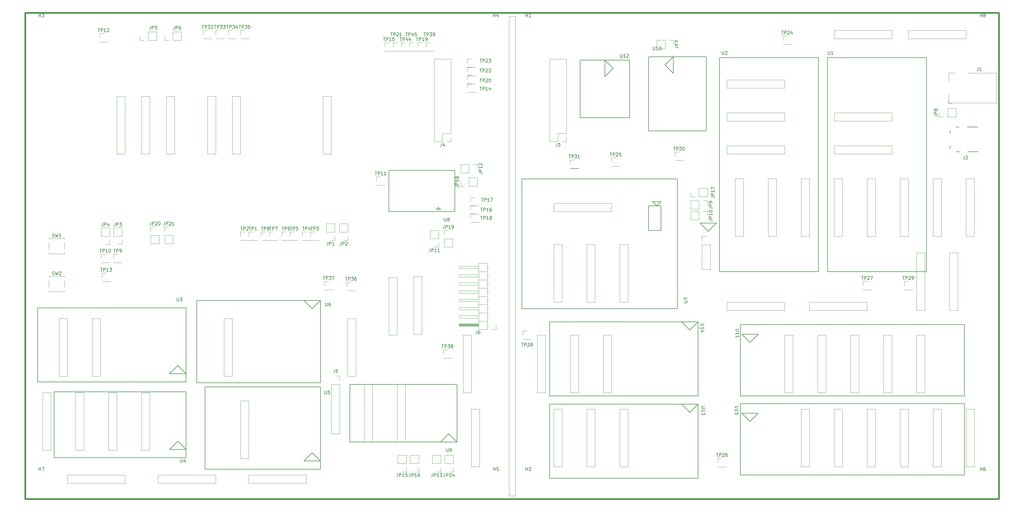
<source format=gbr>
%TF.GenerationSoftware,KiCad,Pcbnew,(5.0.2)-1*%
%TF.CreationDate,2019-11-19T01:28:37+09:00*%
%TF.ProjectId,sensor_board,73656e73-6f72-45f6-926f-6172642e6b69,rev?*%
%TF.SameCoordinates,Original*%
%TF.FileFunction,Legend,Top*%
%TF.FilePolarity,Positive*%
%FSLAX46Y46*%
G04 Gerber Fmt 4.6, Leading zero omitted, Abs format (unit mm)*
G04 Created by KiCad (PCBNEW (5.0.2)-1) date 2019-11-19 오전 1:28:37*
%MOMM*%
%LPD*%
G01*
G04 APERTURE LIST*
%ADD10C,0.100000*%
%ADD11C,0.500000*%
%ADD12C,0.150000*%
%ADD13C,0.120000*%
G04 APERTURE END LIST*
D10*
X137160000Y-134620000D02*
X137160000Y-152400000D01*
X137160000Y-152400000D02*
X134620000Y-152400000D01*
X134620000Y-152400000D02*
X134620000Y-134620000D01*
X134620000Y-134620000D02*
X137160000Y-134620000D01*
X58420000Y-137160000D02*
X58420000Y-154940000D01*
X58420000Y-154940000D02*
X55880000Y-154940000D01*
X55880000Y-137160000D02*
X58420000Y-137160000D01*
X55880000Y-154940000D02*
X55880000Y-137160000D01*
X292100000Y-25400000D02*
X309880000Y-25400000D01*
X309880000Y-25400000D02*
X309880000Y-27940000D01*
X292100000Y-27940000D02*
X292100000Y-25400000D01*
X309880000Y-27940000D02*
X292100000Y-27940000D01*
X269240000Y-25400000D02*
X287020000Y-25400000D01*
X287020000Y-25400000D02*
X287020000Y-27940000D01*
X269240000Y-27940000D02*
X269240000Y-25400000D01*
X287020000Y-27940000D02*
X269240000Y-27940000D01*
X269240000Y-60960000D02*
X287020000Y-60960000D01*
X287020000Y-60960000D02*
X287020000Y-63500000D01*
X269240000Y-63500000D02*
X269240000Y-60960000D01*
X287020000Y-63500000D02*
X269240000Y-63500000D01*
X261620000Y-109220000D02*
X279400000Y-109220000D01*
X279400000Y-109220000D02*
X279400000Y-111760000D01*
X261620000Y-111760000D02*
X261620000Y-109220000D01*
X279400000Y-111760000D02*
X261620000Y-111760000D01*
X236220000Y-109220000D02*
X254000000Y-109220000D01*
X254000000Y-109220000D02*
X254000000Y-111760000D01*
X236220000Y-111760000D02*
X236220000Y-109220000D01*
X254000000Y-111760000D02*
X236220000Y-111760000D01*
X259080000Y-88900000D02*
X259080000Y-71120000D01*
X259080000Y-71120000D02*
X261620000Y-71120000D01*
X261620000Y-88900000D02*
X259080000Y-88900000D01*
X261620000Y-71120000D02*
X261620000Y-88900000D01*
X309880000Y-160020000D02*
X309880000Y-142240000D01*
X309880000Y-142240000D02*
X312420000Y-142240000D01*
X312420000Y-160020000D02*
X309880000Y-160020000D01*
X312420000Y-142240000D02*
X312420000Y-160020000D01*
X205740000Y-142240000D02*
X205740000Y-160020000D01*
X205740000Y-160020000D02*
X203200000Y-160020000D01*
X203200000Y-142240000D02*
X205740000Y-142240000D01*
X203200000Y-160020000D02*
X203200000Y-142240000D01*
X182880000Y-78740000D02*
X200660000Y-78740000D01*
X200660000Y-78740000D02*
X200660000Y-81280000D01*
X182880000Y-81280000D02*
X182880000Y-78740000D01*
X200660000Y-81280000D02*
X182880000Y-81280000D01*
X236220000Y-60960000D02*
X254000000Y-60960000D01*
X254000000Y-60960000D02*
X254000000Y-63500000D01*
X236220000Y-63500000D02*
X236220000Y-60960000D01*
X254000000Y-63500000D02*
X236220000Y-63500000D01*
X121920000Y-114300000D02*
X121920000Y-132080000D01*
X121920000Y-132080000D02*
X119380000Y-132080000D01*
X119380000Y-132080000D02*
X119380000Y-114300000D01*
X119380000Y-114300000D02*
X121920000Y-114300000D01*
X127000000Y-134620000D02*
X127000000Y-152400000D01*
X127000000Y-152400000D02*
X124460000Y-152400000D01*
X124460000Y-152400000D02*
X124460000Y-134620000D01*
X124460000Y-134620000D02*
X127000000Y-134620000D01*
X160020000Y-142240000D02*
X160020000Y-160020000D01*
X160020000Y-160020000D02*
X157480000Y-160020000D01*
X157480000Y-160020000D02*
X157480000Y-142240000D01*
X157480000Y-142240000D02*
X160020000Y-142240000D01*
X88900000Y-139700000D02*
X88900000Y-157480000D01*
X88900000Y-157480000D02*
X86360000Y-157480000D01*
X86360000Y-157480000D02*
X86360000Y-139700000D01*
X86360000Y-139700000D02*
X88900000Y-139700000D01*
X83820000Y-114300000D02*
X83820000Y-132080000D01*
X83820000Y-132080000D02*
X81280000Y-132080000D01*
X81280000Y-132080000D02*
X81280000Y-114300000D01*
X81280000Y-114300000D02*
X83820000Y-114300000D01*
X114300000Y-45720000D02*
X114300000Y-63500000D01*
X114300000Y-63500000D02*
X111760000Y-63500000D01*
X111760000Y-63500000D02*
X111760000Y-45720000D01*
X111760000Y-45720000D02*
X114300000Y-45720000D01*
X86360000Y-45720000D02*
X86360000Y-63500000D01*
X86360000Y-63500000D02*
X83820000Y-63500000D01*
X83820000Y-63500000D02*
X83820000Y-45720000D01*
X83820000Y-45720000D02*
X86360000Y-45720000D01*
X78740000Y-45720000D02*
X78740000Y-63500000D01*
X78740000Y-63500000D02*
X76200000Y-63500000D01*
X76200000Y-63500000D02*
X76200000Y-45720000D01*
X76200000Y-45720000D02*
X78740000Y-45720000D01*
X302260000Y-142240000D02*
X302260000Y-160020000D01*
X302260000Y-160020000D02*
X299720000Y-160020000D01*
X299720000Y-160020000D02*
X299720000Y-142240000D01*
X299720000Y-142240000D02*
X302260000Y-142240000D01*
X292100000Y-142240000D02*
X292100000Y-160020000D01*
X292100000Y-160020000D02*
X289560000Y-160020000D01*
X289560000Y-160020000D02*
X289560000Y-142240000D01*
X289560000Y-142240000D02*
X292100000Y-142240000D01*
X297180000Y-93980000D02*
X297180000Y-111760000D01*
X297180000Y-111760000D02*
X294640000Y-111760000D01*
X294640000Y-111760000D02*
X294640000Y-93980000D01*
X294640000Y-93980000D02*
X297180000Y-93980000D01*
X307340000Y-93980000D02*
X307340000Y-111760000D01*
X307340000Y-111760000D02*
X304800000Y-111760000D01*
X304800000Y-111760000D02*
X304800000Y-93980000D01*
X304800000Y-93980000D02*
X307340000Y-93980000D01*
X312420000Y-71120000D02*
X312420000Y-88900000D01*
X312420000Y-88900000D02*
X309880000Y-88900000D01*
X309880000Y-88900000D02*
X309880000Y-71120000D01*
X309880000Y-71120000D02*
X312420000Y-71120000D01*
X66040000Y-45720000D02*
X66040000Y-63500000D01*
X66040000Y-63500000D02*
X63500000Y-63500000D01*
X48260000Y-45720000D02*
X50800000Y-45720000D01*
X50800000Y-63500000D02*
X48260000Y-63500000D01*
X63500000Y-63500000D02*
X63500000Y-45720000D01*
X50800000Y-45720000D02*
X50800000Y-63500000D01*
X48260000Y-63500000D02*
X48260000Y-45720000D01*
X63500000Y-45720000D02*
X66040000Y-45720000D01*
X55880000Y-63500000D02*
X55880000Y-45720000D01*
X55880000Y-45720000D02*
X58420000Y-45720000D01*
X58420000Y-45720000D02*
X58420000Y-63500000D01*
X58420000Y-63500000D02*
X55880000Y-63500000D01*
X33020000Y-162560000D02*
X50800000Y-162560000D01*
X50800000Y-162560000D02*
X50800000Y-165100000D01*
X88900000Y-165100000D02*
X88900000Y-162560000D01*
X106680000Y-162560000D02*
X106680000Y-165100000D01*
X50800000Y-165100000D02*
X33020000Y-165100000D01*
X88900000Y-162560000D02*
X106680000Y-162560000D01*
X106680000Y-165100000D02*
X88900000Y-165100000D01*
X33020000Y-165100000D02*
X33020000Y-162560000D01*
X78740000Y-165100000D02*
X60960000Y-165100000D01*
X60960000Y-165100000D02*
X60960000Y-162560000D01*
X60960000Y-162560000D02*
X78740000Y-162560000D01*
X78740000Y-162560000D02*
X78740000Y-165100000D01*
X279400000Y-160020000D02*
X279400000Y-142240000D01*
X279400000Y-142240000D02*
X281940000Y-142240000D01*
X281940000Y-142240000D02*
X281940000Y-160020000D01*
X281940000Y-160020000D02*
X279400000Y-160020000D01*
X271780000Y-142240000D02*
X271780000Y-160020000D01*
X271780000Y-160020000D02*
X269240000Y-160020000D01*
X259080000Y-142240000D02*
X261620000Y-142240000D01*
X261620000Y-160020000D02*
X259080000Y-160020000D01*
X269240000Y-160020000D02*
X269240000Y-142240000D01*
X261620000Y-142240000D02*
X261620000Y-160020000D01*
X259080000Y-160020000D02*
X259080000Y-142240000D01*
X269240000Y-142240000D02*
X271780000Y-142240000D01*
X297180000Y-119380000D02*
X297180000Y-137160000D01*
X297180000Y-137160000D02*
X294640000Y-137160000D01*
X274320000Y-119380000D02*
X276860000Y-119380000D01*
X276860000Y-137160000D02*
X274320000Y-137160000D01*
X294640000Y-137160000D02*
X294640000Y-119380000D01*
X276860000Y-119380000D02*
X276860000Y-137160000D01*
X274320000Y-137160000D02*
X274320000Y-119380000D01*
X294640000Y-119380000D02*
X297180000Y-119380000D01*
X284480000Y-137160000D02*
X284480000Y-119380000D01*
X284480000Y-119380000D02*
X287020000Y-119380000D01*
X287020000Y-119380000D02*
X287020000Y-137160000D01*
X287020000Y-137160000D02*
X284480000Y-137160000D01*
X266700000Y-119380000D02*
X266700000Y-137160000D01*
X266700000Y-137160000D02*
X264160000Y-137160000D01*
X254000000Y-119380000D02*
X256540000Y-119380000D01*
X256540000Y-137160000D02*
X254000000Y-137160000D01*
X264160000Y-137160000D02*
X264160000Y-119380000D01*
X256540000Y-119380000D02*
X256540000Y-137160000D01*
X254000000Y-137160000D02*
X254000000Y-119380000D01*
X264160000Y-119380000D02*
X266700000Y-119380000D01*
X195580000Y-142240000D02*
X195580000Y-160020000D01*
X195580000Y-160020000D02*
X193040000Y-160020000D01*
X182880000Y-142240000D02*
X185420000Y-142240000D01*
X185420000Y-160020000D02*
X182880000Y-160020000D01*
X193040000Y-160020000D02*
X193040000Y-142240000D01*
X185420000Y-142240000D02*
X185420000Y-160020000D01*
X182880000Y-160020000D02*
X182880000Y-142240000D01*
X193040000Y-142240000D02*
X195580000Y-142240000D01*
X200660000Y-119380000D02*
X200660000Y-137160000D01*
X200660000Y-137160000D02*
X198120000Y-137160000D01*
X177800000Y-119380000D02*
X180340000Y-119380000D01*
X180340000Y-137160000D02*
X177800000Y-137160000D01*
X198120000Y-137160000D02*
X198120000Y-119380000D01*
X180340000Y-119380000D02*
X180340000Y-137160000D01*
X177800000Y-137160000D02*
X177800000Y-119380000D01*
X198120000Y-119380000D02*
X200660000Y-119380000D01*
X187960000Y-137160000D02*
X187960000Y-119380000D01*
X187960000Y-119380000D02*
X190500000Y-119380000D01*
X190500000Y-119380000D02*
X190500000Y-137160000D01*
X190500000Y-137160000D02*
X187960000Y-137160000D01*
X48260000Y-137160000D02*
X48260000Y-154940000D01*
X48260000Y-154940000D02*
X45720000Y-154940000D01*
X25400000Y-137160000D02*
X27940000Y-137160000D01*
X27940000Y-154940000D02*
X25400000Y-154940000D01*
X45720000Y-154940000D02*
X45720000Y-137160000D01*
X27940000Y-137160000D02*
X27940000Y-154940000D01*
X25400000Y-154940000D02*
X25400000Y-137160000D01*
X45720000Y-137160000D02*
X48260000Y-137160000D01*
X35560000Y-154940000D02*
X35560000Y-137160000D01*
X35560000Y-137160000D02*
X38100000Y-137160000D01*
X38100000Y-137160000D02*
X38100000Y-154940000D01*
X38100000Y-154940000D02*
X35560000Y-154940000D01*
X30480000Y-114300000D02*
X33020000Y-114300000D01*
X33020000Y-132080000D02*
X30480000Y-132080000D01*
X33020000Y-114300000D02*
X33020000Y-132080000D01*
X30480000Y-132080000D02*
X30480000Y-114300000D01*
X40640000Y-132080000D02*
X40640000Y-114300000D01*
X40640000Y-114300000D02*
X43180000Y-114300000D01*
X43180000Y-114300000D02*
X43180000Y-132080000D01*
X43180000Y-132080000D02*
X40640000Y-132080000D01*
X157480000Y-119380000D02*
X157480000Y-137160000D01*
X157480000Y-137160000D02*
X154940000Y-137160000D01*
X132080000Y-101600000D02*
X134620000Y-101600000D01*
X134620000Y-119380000D02*
X132080000Y-119380000D01*
X154940000Y-137160000D02*
X154940000Y-119380000D01*
X134620000Y-101600000D02*
X134620000Y-119380000D01*
X132080000Y-119380000D02*
X132080000Y-101600000D01*
X154940000Y-119380000D02*
X157480000Y-119380000D01*
X139700000Y-119126000D02*
X139700000Y-101346000D01*
X139700000Y-101346000D02*
X142240000Y-101346000D01*
X142240000Y-101346000D02*
X142240000Y-119126000D01*
X142240000Y-119126000D02*
X139700000Y-119126000D01*
X205740000Y-91440000D02*
X205740000Y-109220000D01*
X205740000Y-109220000D02*
X203200000Y-109220000D01*
X203200000Y-109220000D02*
X203200000Y-91440000D01*
X203200000Y-91440000D02*
X205740000Y-91440000D01*
X182880000Y-91440000D02*
X185420000Y-91440000D01*
X185420000Y-91440000D02*
X185420000Y-109220000D01*
X182880000Y-109220000D02*
X182880000Y-91440000D01*
X185420000Y-109220000D02*
X182880000Y-109220000D01*
X195580000Y-91440000D02*
X195580000Y-109220000D01*
X193040000Y-109220000D02*
X193040000Y-91440000D01*
X195580000Y-109220000D02*
X193040000Y-109220000D01*
X193040000Y-91440000D02*
X195580000Y-91440000D01*
X269240000Y-53340000D02*
X269240000Y-50800000D01*
X269240000Y-50800000D02*
X287020000Y-50800000D01*
X287020000Y-53340000D02*
X269240000Y-53340000D01*
X287020000Y-50800000D02*
X287020000Y-53340000D01*
X236220000Y-53340000D02*
X236220000Y-50800000D01*
X236220000Y-50800000D02*
X254000000Y-50800000D01*
X254000000Y-53340000D02*
X236220000Y-53340000D01*
X254000000Y-50800000D02*
X254000000Y-53340000D01*
X236220000Y-43180000D02*
X236220000Y-40640000D01*
X236220000Y-40640000D02*
X254000000Y-40640000D01*
X254000000Y-43180000D02*
X236220000Y-43180000D01*
X254000000Y-40640000D02*
X254000000Y-43180000D01*
X299720000Y-71120000D02*
X302260000Y-71120000D01*
X302260000Y-71120000D02*
X302260000Y-88900000D01*
X299720000Y-88900000D02*
X299720000Y-71120000D01*
X302260000Y-88900000D02*
X299720000Y-88900000D01*
X289560000Y-71120000D02*
X292100000Y-71120000D01*
X292100000Y-71120000D02*
X292100000Y-88900000D01*
X289560000Y-88900000D02*
X289560000Y-71120000D01*
X292100000Y-88900000D02*
X289560000Y-88900000D01*
X279400000Y-71120000D02*
X281940000Y-71120000D01*
X281940000Y-71120000D02*
X281940000Y-88900000D01*
X279400000Y-88900000D02*
X279400000Y-71120000D01*
X281940000Y-88900000D02*
X279400000Y-88900000D01*
X269240000Y-71120000D02*
X271780000Y-71120000D01*
X271780000Y-71120000D02*
X271780000Y-88900000D01*
X269240000Y-88900000D02*
X269240000Y-71120000D01*
X271780000Y-88900000D02*
X269240000Y-88900000D01*
X248920000Y-71120000D02*
X251460000Y-71120000D01*
X251460000Y-71120000D02*
X251460000Y-88900000D01*
X248920000Y-88900000D02*
X248920000Y-71120000D01*
X251460000Y-88900000D02*
X248920000Y-88900000D01*
X238760000Y-88900000D02*
X238760000Y-71120000D01*
X241300000Y-88900000D02*
X238760000Y-88900000D01*
X238760000Y-71120000D02*
X241300000Y-71120000D01*
X241300000Y-71120000D02*
X241300000Y-88900000D01*
X171000000Y-169000000D02*
X169000000Y-169000000D01*
X171000000Y-21000000D02*
X169000000Y-21000000D01*
X171000000Y-21000000D02*
X171000000Y-169000000D01*
X169000000Y-21000000D02*
X169000000Y-169000000D01*
D11*
X320000000Y-20000000D02*
X320000000Y-170000000D01*
X20000000Y-170000000D02*
X320000000Y-170000000D01*
X20000000Y-20000000D02*
X320000000Y-20000000D01*
X20000000Y-20000000D02*
X20000000Y-170000000D01*
D12*
X213360000Y-78232000D02*
X215900000Y-78232000D01*
X214630000Y-79502000D02*
X213360000Y-78232000D01*
X215900000Y-78232000D02*
X214630000Y-79502000D01*
X215900000Y-87122000D02*
X212090000Y-87122000D01*
X215900000Y-79502000D02*
X215900000Y-87122000D01*
X212090000Y-79502000D02*
X215900000Y-79502000D01*
X212090000Y-87122000D02*
X212090000Y-79502000D01*
X227894471Y-84825607D02*
X230434471Y-87365607D01*
X232974471Y-84825607D02*
X227894471Y-84825607D01*
X230434471Y-87365607D02*
X232974471Y-84825607D01*
X220980000Y-111252000D02*
X220980000Y-71252000D01*
X172980000Y-71252000D02*
X220980000Y-71252000D01*
X172980000Y-111252000D02*
X172980000Y-71252000D01*
X220980000Y-111252000D02*
X172980000Y-111252000D01*
D13*
X228475367Y-88911423D02*
X229805367Y-88911423D01*
X228475367Y-90241423D02*
X228475367Y-88911423D01*
X228475367Y-91511423D02*
X231135367Y-91511423D01*
X231135367Y-91511423D02*
X231135367Y-99191423D01*
X228475367Y-91511423D02*
X228475367Y-99191423D01*
X228475367Y-99191423D02*
X231135367Y-99191423D01*
D12*
X240792000Y-143510000D02*
X243332000Y-146050000D01*
X245872000Y-143510000D02*
X240792000Y-143510000D01*
X243332000Y-146050000D02*
X245872000Y-143510000D01*
X309332000Y-162590000D02*
X291592000Y-162590000D01*
X291592000Y-140590000D02*
X309332000Y-140590000D01*
X240332000Y-140590000D02*
X291592000Y-140590000D01*
X240332000Y-162590000D02*
X240332000Y-140590000D01*
X291592000Y-162590000D02*
X240332000Y-162590000D01*
X309332000Y-140590000D02*
X309332000Y-162590000D01*
X240792000Y-119126000D02*
X243332000Y-121666000D01*
X245872000Y-119126000D02*
X240792000Y-119126000D01*
X243332000Y-121666000D02*
X245872000Y-119126000D01*
X309332000Y-138206000D02*
X291592000Y-138206000D01*
X291592000Y-116206000D02*
X309332000Y-116206000D01*
X240332000Y-116206000D02*
X291592000Y-116206000D01*
X240332000Y-138206000D02*
X240332000Y-116206000D01*
X291592000Y-138206000D02*
X240332000Y-138206000D01*
X309332000Y-116206000D02*
X309332000Y-138206000D01*
X105918000Y-108712000D02*
X108458000Y-111252000D01*
X110998000Y-108712000D02*
X105918000Y-108712000D01*
X108458000Y-111252000D02*
X110998000Y-108712000D01*
X110998000Y-108712000D02*
X72898000Y-108712000D01*
X110998000Y-134112000D02*
X110998000Y-108712000D01*
X72898000Y-134112000D02*
X110998000Y-134112000D01*
X72898000Y-108712000D02*
X72898000Y-134112000D01*
D13*
X148784000Y-123892000D02*
X150114000Y-123892000D01*
X148784000Y-125222000D02*
X148784000Y-123892000D01*
X148784000Y-126492000D02*
X151444000Y-126492000D01*
X151444000Y-126492000D02*
X151444000Y-126552000D01*
X148784000Y-126492000D02*
X148784000Y-126552000D01*
X148784000Y-126552000D02*
X151444000Y-126552000D01*
X186750000Y-34230000D02*
X181550000Y-34230000D01*
X186750000Y-57150000D02*
X186750000Y-34230000D01*
X181550000Y-59750000D02*
X181550000Y-34230000D01*
X186750000Y-57150000D02*
X184150000Y-57150000D01*
X184150000Y-57150000D02*
X184150000Y-59750000D01*
X184150000Y-59750000D02*
X181550000Y-59750000D01*
X186750000Y-58420000D02*
X186750000Y-59750000D01*
X186750000Y-59750000D02*
X185420000Y-59750000D01*
D12*
X229870000Y-33528000D02*
X229870000Y-56388000D01*
X229870000Y-56388000D02*
X212090000Y-56388000D01*
X212090000Y-56388000D02*
X212090000Y-33528000D01*
X212090000Y-33528000D02*
X229870000Y-33528000D01*
X217170000Y-36068000D02*
X219710000Y-33528000D01*
X219710000Y-33528000D02*
X219710000Y-38608000D01*
X219710000Y-38608000D02*
X217170000Y-36068000D01*
D13*
X156150000Y-34230000D02*
X157480000Y-34230000D01*
X156150000Y-35560000D02*
X156150000Y-34230000D01*
X156150000Y-36830000D02*
X158810000Y-36830000D01*
X158810000Y-36830000D02*
X158810000Y-36890000D01*
X156150000Y-36830000D02*
X156150000Y-36890000D01*
X156150000Y-36890000D02*
X158810000Y-36890000D01*
X92650000Y-87570000D02*
X93980000Y-87570000D01*
X92650000Y-88900000D02*
X92650000Y-87570000D01*
X92650000Y-90170000D02*
X95310000Y-90170000D01*
X95310000Y-90170000D02*
X95310000Y-90230000D01*
X92650000Y-90170000D02*
X92650000Y-90230000D01*
X92650000Y-90230000D02*
X95310000Y-90230000D01*
D12*
X69596000Y-157226000D02*
X69596000Y-136906000D01*
X69596000Y-136906000D02*
X28956000Y-136906000D01*
X28956000Y-136906000D02*
X28956000Y-157226000D01*
X28956000Y-157226000D02*
X69596000Y-157226000D01*
X67056000Y-152146000D02*
X64516000Y-154686000D01*
X64516000Y-154686000D02*
X69596000Y-154686000D01*
X69596000Y-154686000D02*
X67056000Y-152146000D01*
X153035000Y-152400000D02*
X153035000Y-134620000D01*
X153035000Y-134620000D02*
X120015000Y-134620000D01*
X120015000Y-134620000D02*
X120015000Y-149860000D01*
X120015000Y-149860000D02*
X120015000Y-152400000D01*
X120015000Y-152400000D02*
X153035000Y-152400000D01*
X153035000Y-152400000D02*
X150495000Y-149860000D01*
X150495000Y-149860000D02*
X147955000Y-152400000D01*
D13*
X68132000Y-28508000D02*
X68132000Y-25848000D01*
X65532000Y-28508000D02*
X68132000Y-28508000D01*
X65532000Y-25848000D02*
X68132000Y-25848000D01*
X65532000Y-28508000D02*
X65532000Y-25848000D01*
X64262000Y-28508000D02*
X62932000Y-28508000D01*
X62932000Y-28508000D02*
X62932000Y-27178000D01*
X55312000Y-28508000D02*
X55312000Y-27178000D01*
X56642000Y-28508000D02*
X55312000Y-28508000D01*
X57912000Y-28508000D02*
X57912000Y-25848000D01*
X57912000Y-25848000D02*
X60512000Y-25848000D01*
X57912000Y-28508000D02*
X60512000Y-28508000D01*
X60512000Y-28508000D02*
X60512000Y-25848000D01*
X151190000Y-59750000D02*
X149860000Y-59750000D01*
X151190000Y-58420000D02*
X151190000Y-59750000D01*
X148590000Y-59750000D02*
X145990000Y-59750000D01*
X148590000Y-57150000D02*
X148590000Y-59750000D01*
X151190000Y-57150000D02*
X148590000Y-57150000D01*
X145990000Y-59750000D02*
X145990000Y-34230000D01*
X151190000Y-57150000D02*
X151190000Y-34230000D01*
X151190000Y-34230000D02*
X145990000Y-34230000D01*
X304335000Y-46930000D02*
X304335000Y-47980000D01*
X305385000Y-47980000D02*
X304335000Y-47980000D01*
X310435000Y-38580000D02*
X319235000Y-38580000D01*
X319235000Y-38580000D02*
X319235000Y-47780000D01*
X304535000Y-41280000D02*
X304535000Y-38580000D01*
X304535000Y-38580000D02*
X306435000Y-38580000D01*
X319235000Y-47780000D02*
X304535000Y-47780000D01*
X304535000Y-47780000D02*
X304535000Y-45180000D01*
D12*
X310290000Y-55230000D02*
X313490000Y-55230000D01*
X306715000Y-55230000D02*
X307765000Y-55230000D01*
X304890000Y-57055000D02*
X304890000Y-56180000D01*
X304915000Y-61930000D02*
X304915000Y-61055000D01*
X307790000Y-62880000D02*
X306765000Y-62880000D01*
X313540000Y-62880000D02*
X310390000Y-62880000D01*
D13*
X115376000Y-85030000D02*
X112716000Y-85030000D01*
X115376000Y-87630000D02*
X115376000Y-85030000D01*
X112716000Y-87630000D02*
X112716000Y-85030000D01*
X115376000Y-87630000D02*
X112716000Y-87630000D01*
X115376000Y-88900000D02*
X115376000Y-90230000D01*
X115376000Y-90230000D02*
X114046000Y-90230000D01*
X119440000Y-90230000D02*
X118110000Y-90230000D01*
X119440000Y-88900000D02*
X119440000Y-90230000D01*
X119440000Y-87630000D02*
X116780000Y-87630000D01*
X116780000Y-87630000D02*
X116780000Y-85030000D01*
X119440000Y-87630000D02*
X119440000Y-85030000D01*
X119440000Y-85030000D02*
X116780000Y-85030000D01*
X49844000Y-86300000D02*
X47184000Y-86300000D01*
X49844000Y-88900000D02*
X49844000Y-86300000D01*
X47184000Y-88900000D02*
X47184000Y-86300000D01*
X49844000Y-88900000D02*
X47184000Y-88900000D01*
X49844000Y-90170000D02*
X49844000Y-91500000D01*
X49844000Y-91500000D02*
X48514000Y-91500000D01*
X46034000Y-91500000D02*
X44704000Y-91500000D01*
X46034000Y-90170000D02*
X46034000Y-91500000D01*
X46034000Y-88900000D02*
X43374000Y-88900000D01*
X43374000Y-88900000D02*
X43374000Y-86300000D01*
X46034000Y-88900000D02*
X46034000Y-86300000D01*
X46034000Y-86300000D02*
X43374000Y-86300000D01*
X230184000Y-77918000D02*
X230184000Y-79248000D01*
X228854000Y-77918000D02*
X230184000Y-77918000D01*
X227584000Y-77918000D02*
X227584000Y-80578000D01*
X227584000Y-80578000D02*
X224984000Y-80578000D01*
X227584000Y-77918000D02*
X224984000Y-77918000D01*
X224984000Y-77918000D02*
X224984000Y-80578000D01*
X224984000Y-81220000D02*
X224984000Y-83880000D01*
X227584000Y-81220000D02*
X224984000Y-81220000D01*
X227584000Y-83880000D02*
X224984000Y-83880000D01*
X227584000Y-81220000D02*
X227584000Y-83880000D01*
X228854000Y-81220000D02*
X230184000Y-81220000D01*
X230184000Y-81220000D02*
X230184000Y-82550000D01*
X147380000Y-87062000D02*
X144720000Y-87062000D01*
X147380000Y-89662000D02*
X147380000Y-87062000D01*
X144720000Y-89662000D02*
X144720000Y-87062000D01*
X147380000Y-89662000D02*
X144720000Y-89662000D01*
X147380000Y-90932000D02*
X147380000Y-92262000D01*
X147380000Y-92262000D02*
X146050000Y-92262000D01*
X159318000Y-66742000D02*
X159318000Y-68072000D01*
X157988000Y-66742000D02*
X159318000Y-66742000D01*
X156718000Y-66742000D02*
X156718000Y-69402000D01*
X156718000Y-69402000D02*
X154118000Y-69402000D01*
X156718000Y-66742000D02*
X154118000Y-66742000D01*
X154118000Y-66742000D02*
X154118000Y-69402000D01*
X148081719Y-156453868D02*
X145421719Y-156453868D01*
X148081719Y-159053868D02*
X148081719Y-156453868D01*
X145421719Y-159053868D02*
X145421719Y-156453868D01*
X148081719Y-159053868D02*
X145421719Y-159053868D01*
X148081719Y-160323868D02*
X148081719Y-161653868D01*
X148081719Y-161653868D02*
X146751719Y-161653868D01*
X151891719Y-161653868D02*
X150561719Y-161653868D01*
X151891719Y-160323868D02*
X151891719Y-161653868D01*
X151891719Y-159053868D02*
X149231719Y-159053868D01*
X149231719Y-159053868D02*
X149231719Y-156453868D01*
X151891719Y-159053868D02*
X151891719Y-156453868D01*
X151891719Y-156453868D02*
X149231719Y-156453868D01*
X137429389Y-156453868D02*
X134769389Y-156453868D01*
X137429389Y-159053868D02*
X137429389Y-156453868D01*
X134769389Y-159053868D02*
X134769389Y-156453868D01*
X137429389Y-159053868D02*
X134769389Y-159053868D01*
X137429389Y-160323868D02*
X137429389Y-161653868D01*
X137429389Y-161653868D02*
X136099389Y-161653868D01*
X141239389Y-161653868D02*
X139909389Y-161653868D01*
X141239389Y-160323868D02*
X141239389Y-161653868D01*
X141239389Y-159053868D02*
X138579389Y-159053868D01*
X138579389Y-159053868D02*
X138579389Y-156453868D01*
X141239389Y-159053868D02*
X141239389Y-156453868D01*
X141239389Y-156453868D02*
X138579389Y-156453868D01*
X224984000Y-76768000D02*
X224984000Y-75438000D01*
X226314000Y-76768000D02*
X224984000Y-76768000D01*
X227584000Y-76768000D02*
X227584000Y-74108000D01*
X227584000Y-74108000D02*
X230184000Y-74108000D01*
X227584000Y-76768000D02*
X230184000Y-76768000D01*
X230184000Y-76768000D02*
X230184000Y-74108000D01*
X159318000Y-73466000D02*
X159318000Y-70806000D01*
X156718000Y-73466000D02*
X159318000Y-73466000D01*
X156718000Y-70806000D02*
X159318000Y-70806000D01*
X156718000Y-73466000D02*
X156718000Y-70806000D01*
X155448000Y-73466000D02*
X154118000Y-73466000D01*
X154118000Y-73466000D02*
X154118000Y-72136000D01*
X149038000Y-92262000D02*
X151698000Y-92262000D01*
X149038000Y-89662000D02*
X149038000Y-92262000D01*
X151698000Y-89662000D02*
X151698000Y-92262000D01*
X149038000Y-89662000D02*
X151698000Y-89662000D01*
X149038000Y-88392000D02*
X149038000Y-87062000D01*
X149038000Y-87062000D02*
X150368000Y-87062000D01*
X88840000Y-87570000D02*
X90170000Y-87570000D01*
X88840000Y-88900000D02*
X88840000Y-87570000D01*
X88840000Y-90170000D02*
X91500000Y-90170000D01*
X91500000Y-90170000D02*
X91500000Y-90230000D01*
X88840000Y-90170000D02*
X88840000Y-90230000D01*
X88840000Y-90230000D02*
X91500000Y-90230000D01*
X86300000Y-90230000D02*
X88960000Y-90230000D01*
X86300000Y-90170000D02*
X86300000Y-90230000D01*
X88960000Y-90170000D02*
X88960000Y-90230000D01*
X86300000Y-90170000D02*
X88960000Y-90170000D01*
X86300000Y-88900000D02*
X86300000Y-87570000D01*
X86300000Y-87570000D02*
X87630000Y-87570000D01*
X107890000Y-87570000D02*
X109220000Y-87570000D01*
X107890000Y-88900000D02*
X107890000Y-87570000D01*
X107890000Y-90170000D02*
X110550000Y-90170000D01*
X110550000Y-90170000D02*
X110550000Y-90230000D01*
X107890000Y-90170000D02*
X107890000Y-90230000D01*
X107890000Y-90230000D02*
X110550000Y-90230000D01*
X105350000Y-87570000D02*
X106680000Y-87570000D01*
X105350000Y-88900000D02*
X105350000Y-87570000D01*
X105350000Y-90170000D02*
X108010000Y-90170000D01*
X108010000Y-90170000D02*
X108010000Y-90230000D01*
X105350000Y-90170000D02*
X105350000Y-90230000D01*
X105350000Y-90230000D02*
X108010000Y-90230000D01*
X101540000Y-90230000D02*
X104200000Y-90230000D01*
X101540000Y-90170000D02*
X101540000Y-90230000D01*
X104200000Y-90170000D02*
X104200000Y-90230000D01*
X101540000Y-90170000D02*
X104200000Y-90170000D01*
X101540000Y-88900000D02*
X101540000Y-87570000D01*
X101540000Y-87570000D02*
X102870000Y-87570000D01*
X99000000Y-87570000D02*
X100330000Y-87570000D01*
X99000000Y-88900000D02*
X99000000Y-87570000D01*
X99000000Y-90170000D02*
X101660000Y-90170000D01*
X101660000Y-90170000D02*
X101660000Y-90230000D01*
X99000000Y-90170000D02*
X99000000Y-90230000D01*
X99000000Y-90230000D02*
X101660000Y-90230000D01*
X95190000Y-90230000D02*
X97850000Y-90230000D01*
X95190000Y-90170000D02*
X95190000Y-90230000D01*
X97850000Y-90170000D02*
X97850000Y-90230000D01*
X95190000Y-90170000D02*
X97850000Y-90170000D01*
X95190000Y-88900000D02*
X95190000Y-87570000D01*
X95190000Y-87570000D02*
X96520000Y-87570000D01*
X47184000Y-97088000D02*
X49844000Y-97088000D01*
X47184000Y-97028000D02*
X47184000Y-97088000D01*
X49844000Y-97028000D02*
X49844000Y-97088000D01*
X47184000Y-97028000D02*
X49844000Y-97028000D01*
X47184000Y-95758000D02*
X47184000Y-94428000D01*
X47184000Y-94428000D02*
X48514000Y-94428000D01*
X43374000Y-94428000D02*
X44704000Y-94428000D01*
X43374000Y-95758000D02*
X43374000Y-94428000D01*
X43374000Y-97028000D02*
X46034000Y-97028000D01*
X46034000Y-97028000D02*
X46034000Y-97088000D01*
X43374000Y-97028000D02*
X43374000Y-97088000D01*
X43374000Y-97088000D02*
X46034000Y-97088000D01*
X156150000Y-44510000D02*
X158810000Y-44510000D01*
X156150000Y-44450000D02*
X156150000Y-44510000D01*
X158810000Y-44450000D02*
X158810000Y-44510000D01*
X156150000Y-44450000D02*
X158810000Y-44450000D01*
X156150000Y-43180000D02*
X156150000Y-41850000D01*
X156150000Y-41850000D02*
X157480000Y-41850000D01*
X130750000Y-31810000D02*
X133410000Y-31810000D01*
X130750000Y-31750000D02*
X130750000Y-31810000D01*
X133410000Y-31750000D02*
X133410000Y-31810000D01*
X130750000Y-31750000D02*
X133410000Y-31750000D01*
X130750000Y-30480000D02*
X130750000Y-29150000D01*
X130750000Y-29150000D02*
X132080000Y-29150000D01*
X157166000Y-79442000D02*
X158496000Y-79442000D01*
X157166000Y-80772000D02*
X157166000Y-79442000D01*
X157166000Y-82042000D02*
X159826000Y-82042000D01*
X159826000Y-82042000D02*
X159826000Y-82102000D01*
X157166000Y-82042000D02*
X157166000Y-82102000D01*
X157166000Y-82102000D02*
X159826000Y-82102000D01*
X157166000Y-76902000D02*
X158496000Y-76902000D01*
X157166000Y-78232000D02*
X157166000Y-76902000D01*
X157166000Y-79502000D02*
X159826000Y-79502000D01*
X159826000Y-79502000D02*
X159826000Y-79562000D01*
X157166000Y-79502000D02*
X157166000Y-79562000D01*
X157166000Y-79562000D02*
X159826000Y-79562000D01*
X157166000Y-84642000D02*
X159826000Y-84642000D01*
X157166000Y-84582000D02*
X157166000Y-84642000D01*
X159826000Y-84582000D02*
X159826000Y-84642000D01*
X157166000Y-84582000D02*
X159826000Y-84582000D01*
X157166000Y-83312000D02*
X157166000Y-81982000D01*
X157166000Y-81982000D02*
X158496000Y-81982000D01*
X156150000Y-41970000D02*
X158810000Y-41970000D01*
X156150000Y-41910000D02*
X156150000Y-41970000D01*
X158810000Y-41910000D02*
X158810000Y-41970000D01*
X156150000Y-41910000D02*
X158810000Y-41910000D01*
X156150000Y-40640000D02*
X156150000Y-39310000D01*
X156150000Y-39310000D02*
X157480000Y-39310000D01*
X133290000Y-29150000D02*
X134620000Y-29150000D01*
X133290000Y-30480000D02*
X133290000Y-29150000D01*
X133290000Y-31750000D02*
X135950000Y-31750000D01*
X135950000Y-31750000D02*
X135950000Y-31810000D01*
X133290000Y-31750000D02*
X133290000Y-31810000D01*
X133290000Y-31810000D02*
X135950000Y-31810000D01*
X156150000Y-39430000D02*
X158810000Y-39430000D01*
X156150000Y-39370000D02*
X156150000Y-39430000D01*
X158810000Y-39370000D02*
X158810000Y-39430000D01*
X156150000Y-39370000D02*
X158810000Y-39370000D01*
X156150000Y-38100000D02*
X156150000Y-36770000D01*
X156150000Y-36770000D02*
X157480000Y-36770000D01*
X253432000Y-27118000D02*
X254762000Y-27118000D01*
X253432000Y-28448000D02*
X253432000Y-27118000D01*
X253432000Y-29718000D02*
X256092000Y-29718000D01*
X256092000Y-29718000D02*
X256092000Y-29778000D01*
X253432000Y-29718000D02*
X253432000Y-29778000D01*
X253432000Y-29778000D02*
X256092000Y-29778000D01*
X200600000Y-67370000D02*
X203260000Y-67370000D01*
X200600000Y-67310000D02*
X200600000Y-67370000D01*
X203260000Y-67310000D02*
X203260000Y-67370000D01*
X200600000Y-67310000D02*
X203260000Y-67310000D01*
X200600000Y-66040000D02*
X200600000Y-64710000D01*
X200600000Y-64710000D02*
X201930000Y-64710000D01*
X233366000Y-157420000D02*
X234696000Y-157420000D01*
X233366000Y-158750000D02*
X233366000Y-157420000D01*
X233366000Y-160020000D02*
X236026000Y-160020000D01*
X236026000Y-160020000D02*
X236026000Y-160080000D01*
X233366000Y-160020000D02*
X233366000Y-160080000D01*
X233366000Y-160080000D02*
X236026000Y-160080000D01*
X278070000Y-105470000D02*
X280730000Y-105470000D01*
X278070000Y-105410000D02*
X278070000Y-105470000D01*
X280730000Y-105410000D02*
X280730000Y-105470000D01*
X278070000Y-105410000D02*
X280730000Y-105410000D01*
X278070000Y-104140000D02*
X278070000Y-102810000D01*
X278070000Y-102810000D02*
X279400000Y-102810000D01*
X74870000Y-25340000D02*
X76200000Y-25340000D01*
X74870000Y-26670000D02*
X74870000Y-25340000D01*
X74870000Y-27940000D02*
X77530000Y-27940000D01*
X77530000Y-27940000D02*
X77530000Y-28000000D01*
X74870000Y-27940000D02*
X74870000Y-28000000D01*
X74870000Y-28000000D02*
X77530000Y-28000000D01*
X78680000Y-28000000D02*
X81340000Y-28000000D01*
X78680000Y-27940000D02*
X78680000Y-28000000D01*
X81340000Y-27940000D02*
X81340000Y-28000000D01*
X78680000Y-27940000D02*
X81340000Y-27940000D01*
X78680000Y-26670000D02*
X78680000Y-25340000D01*
X78680000Y-25340000D02*
X80010000Y-25340000D01*
X82490000Y-25340000D02*
X83820000Y-25340000D01*
X82490000Y-26670000D02*
X82490000Y-25340000D01*
X82490000Y-27940000D02*
X85150000Y-27940000D01*
X85150000Y-27940000D02*
X85150000Y-28000000D01*
X82490000Y-27940000D02*
X82490000Y-28000000D01*
X82490000Y-28000000D02*
X85150000Y-28000000D01*
X86300000Y-28000000D02*
X88960000Y-28000000D01*
X86300000Y-27940000D02*
X86300000Y-28000000D01*
X88960000Y-27940000D02*
X88960000Y-28000000D01*
X86300000Y-27940000D02*
X88960000Y-27940000D01*
X86300000Y-26670000D02*
X86300000Y-25340000D01*
X86300000Y-25340000D02*
X87630000Y-25340000D01*
X119066000Y-103064000D02*
X120396000Y-103064000D01*
X119066000Y-104394000D02*
X119066000Y-103064000D01*
X119066000Y-105664000D02*
X121726000Y-105664000D01*
X121726000Y-105664000D02*
X121726000Y-105724000D01*
X119066000Y-105664000D02*
X119066000Y-105724000D01*
X119066000Y-105724000D02*
X121726000Y-105724000D01*
X112208000Y-105470000D02*
X114868000Y-105470000D01*
X112208000Y-105410000D02*
X112208000Y-105470000D01*
X114868000Y-105410000D02*
X114868000Y-105470000D01*
X112208000Y-105410000D02*
X114868000Y-105410000D01*
X112208000Y-104140000D02*
X112208000Y-102810000D01*
X112208000Y-102810000D02*
X113538000Y-102810000D01*
X143450000Y-31810000D02*
X146110000Y-31810000D01*
X143450000Y-31750000D02*
X143450000Y-31810000D01*
X146110000Y-31750000D02*
X146110000Y-31810000D01*
X143450000Y-31750000D02*
X146110000Y-31750000D01*
X143450000Y-30480000D02*
X143450000Y-29150000D01*
X143450000Y-29150000D02*
X144780000Y-29150000D01*
D12*
X267208000Y-99822000D02*
X297688000Y-99822000D01*
X297688000Y-99822000D02*
X297688000Y-33782000D01*
X297688000Y-33782000D02*
X267208000Y-33782000D01*
X267208000Y-33782000D02*
X267208000Y-99822000D01*
X233934000Y-33782000D02*
X233934000Y-99822000D01*
X264414000Y-33782000D02*
X233934000Y-33782000D01*
X264414000Y-99822000D02*
X264414000Y-33782000D01*
X233934000Y-99822000D02*
X264414000Y-99822000D01*
X110998000Y-135382000D02*
X110998000Y-160782000D01*
X110998000Y-135382000D02*
X75438000Y-135382000D01*
X75438000Y-135382000D02*
X75438000Y-160782000D01*
X75438000Y-160782000D02*
X110998000Y-160782000D01*
X108458000Y-155702000D02*
X105918000Y-158242000D01*
X105918000Y-158242000D02*
X110998000Y-158242000D01*
X110998000Y-158242000D02*
X108458000Y-155702000D01*
X152400000Y-81280000D02*
X152400000Y-68580000D01*
X152400000Y-68580000D02*
X132080000Y-68580000D01*
X132080000Y-68580000D02*
X132080000Y-81280000D01*
X132080000Y-81280000D02*
X152400000Y-81280000D01*
X147320000Y-80010000D02*
X146685000Y-80645000D01*
X146685000Y-80645000D02*
X147955000Y-80645000D01*
X147955000Y-80645000D02*
X147320000Y-80010000D01*
X206248000Y-34544000D02*
X206248000Y-52324000D01*
X206248000Y-52324000D02*
X191008000Y-52324000D01*
X191008000Y-52324000D02*
X191008000Y-34544000D01*
X191008000Y-34544000D02*
X206248000Y-34544000D01*
X198628000Y-34544000D02*
X201168000Y-37084000D01*
X201168000Y-37084000D02*
X198628000Y-39624000D01*
X198628000Y-39624000D02*
X198628000Y-34544000D01*
X227330000Y-140716000D02*
X227330000Y-163576000D01*
X227330000Y-163576000D02*
X181610000Y-163576000D01*
X181610000Y-163576000D02*
X181610000Y-143256000D01*
X181610000Y-143256000D02*
X181610000Y-140716000D01*
X181610000Y-140716000D02*
X227330000Y-140716000D01*
X224790000Y-143256000D02*
X227330000Y-140716000D01*
X227330000Y-140716000D02*
X222250000Y-140716000D01*
X222250000Y-140716000D02*
X224790000Y-143256000D01*
X222250000Y-115316000D02*
X224790000Y-117856000D01*
X227330000Y-115316000D02*
X222250000Y-115316000D01*
X224790000Y-117856000D02*
X227330000Y-115316000D01*
X181610000Y-115316000D02*
X227330000Y-115316000D01*
X181610000Y-117856000D02*
X181610000Y-115316000D01*
X181610000Y-138176000D02*
X181610000Y-117856000D01*
X227330000Y-138176000D02*
X181610000Y-138176000D01*
X227330000Y-115316000D02*
X227330000Y-138176000D01*
D13*
X214570000Y-28388000D02*
X214570000Y-31048000D01*
X217170000Y-28388000D02*
X214570000Y-28388000D01*
X217170000Y-31048000D02*
X214570000Y-31048000D01*
X217170000Y-28388000D02*
X217170000Y-31048000D01*
X218440000Y-28388000D02*
X219770000Y-28388000D01*
X219770000Y-28388000D02*
X219770000Y-29718000D01*
X135830000Y-29150000D02*
X137160000Y-29150000D01*
X135830000Y-30480000D02*
X135830000Y-29150000D01*
X135830000Y-31750000D02*
X138490000Y-31750000D01*
X138490000Y-31750000D02*
X138490000Y-31810000D01*
X135830000Y-31750000D02*
X135830000Y-31810000D01*
X135830000Y-31810000D02*
X138490000Y-31810000D01*
X138370000Y-31810000D02*
X141030000Y-31810000D01*
X138370000Y-31750000D02*
X138370000Y-31810000D01*
X141030000Y-31750000D02*
X141030000Y-31810000D01*
X138370000Y-31750000D02*
X141030000Y-31750000D01*
X138370000Y-30480000D02*
X138370000Y-29150000D01*
X138370000Y-29150000D02*
X139700000Y-29150000D01*
D12*
X69596000Y-133858000D02*
X69596000Y-110998000D01*
X69596000Y-133858000D02*
X23876000Y-133858000D01*
X23876000Y-133858000D02*
X23876000Y-110998000D01*
X23876000Y-110998000D02*
X69596000Y-110998000D01*
X67056000Y-128778000D02*
X64516000Y-131318000D01*
X64516000Y-131318000D02*
X69596000Y-131318000D01*
X69596000Y-131318000D02*
X67056000Y-128778000D01*
D13*
X128210000Y-73212000D02*
X130870000Y-73212000D01*
X128210000Y-73152000D02*
X128210000Y-73212000D01*
X130870000Y-73152000D02*
X130870000Y-73212000D01*
X128210000Y-73152000D02*
X130870000Y-73152000D01*
X128210000Y-71882000D02*
X128210000Y-70552000D01*
X128210000Y-70552000D02*
X129540000Y-70552000D01*
X42866000Y-26356000D02*
X44196000Y-26356000D01*
X42866000Y-27686000D02*
X42866000Y-26356000D01*
X42866000Y-28956000D02*
X45526000Y-28956000D01*
X45526000Y-28956000D02*
X45526000Y-29016000D01*
X42866000Y-28956000D02*
X42866000Y-29016000D01*
X42866000Y-29016000D02*
X45526000Y-29016000D01*
X43628000Y-102930000D02*
X46288000Y-102930000D01*
X43628000Y-102870000D02*
X43628000Y-102930000D01*
X46288000Y-102870000D02*
X46288000Y-102930000D01*
X43628000Y-102870000D02*
X46288000Y-102870000D01*
X43628000Y-101600000D02*
X43628000Y-100270000D01*
X43628000Y-100270000D02*
X44958000Y-100270000D01*
X140910000Y-29150000D02*
X142240000Y-29150000D01*
X140910000Y-30480000D02*
X140910000Y-29150000D01*
X140910000Y-31750000D02*
X143570000Y-31750000D01*
X143570000Y-31750000D02*
X143570000Y-31810000D01*
X140910000Y-31750000D02*
X140910000Y-31810000D01*
X140910000Y-31810000D02*
X143570000Y-31810000D01*
X173295000Y-120710000D02*
X175955000Y-120710000D01*
X173295000Y-120650000D02*
X173295000Y-120710000D01*
X175955000Y-120650000D02*
X175955000Y-120710000D01*
X173295000Y-120650000D02*
X175955000Y-120650000D01*
X173295000Y-119380000D02*
X173295000Y-118050000D01*
X173295000Y-118050000D02*
X174625000Y-118050000D01*
X290770000Y-102810000D02*
X292100000Y-102810000D01*
X290770000Y-104140000D02*
X290770000Y-102810000D01*
X290770000Y-105410000D02*
X293430000Y-105410000D01*
X293430000Y-105410000D02*
X293430000Y-105470000D01*
X290770000Y-105410000D02*
X290770000Y-105470000D01*
X290770000Y-105470000D02*
X293430000Y-105470000D01*
X220158000Y-65592000D02*
X222818000Y-65592000D01*
X220158000Y-65532000D02*
X220158000Y-65592000D01*
X222818000Y-65532000D02*
X222818000Y-65592000D01*
X220158000Y-65532000D02*
X222818000Y-65532000D01*
X220158000Y-64262000D02*
X220158000Y-62932000D01*
X220158000Y-62932000D02*
X221488000Y-62932000D01*
X187900000Y-65345000D02*
X189230000Y-65345000D01*
X187900000Y-66675000D02*
X187900000Y-65345000D01*
X187900000Y-67945000D02*
X190560000Y-67945000D01*
X190560000Y-67945000D02*
X190560000Y-68005000D01*
X187900000Y-67945000D02*
X187900000Y-68005000D01*
X187900000Y-68005000D02*
X190560000Y-68005000D01*
X306765000Y-52130000D02*
X306765000Y-49470000D01*
X304165000Y-52130000D02*
X306765000Y-52130000D01*
X304165000Y-49470000D02*
X306765000Y-49470000D01*
X304165000Y-52130000D02*
X304165000Y-49470000D01*
X302895000Y-52130000D02*
X301565000Y-52130000D01*
X301565000Y-52130000D02*
X301565000Y-50800000D01*
X114240000Y-134620000D02*
X116900000Y-134620000D01*
X114240000Y-134620000D02*
X114240000Y-149920000D01*
X114240000Y-149920000D02*
X116900000Y-149920000D01*
X116900000Y-134620000D02*
X116900000Y-149920000D01*
X116900000Y-132020000D02*
X116900000Y-133350000D01*
X115570000Y-132020000D02*
X116900000Y-132020000D01*
X27348000Y-89578000D02*
X32088000Y-89578000D01*
X27348000Y-89578000D02*
X27348000Y-89978000D01*
X32088000Y-89578000D02*
X32088000Y-89978000D01*
X27348000Y-94318000D02*
X27348000Y-93918000D01*
X27348000Y-94318000D02*
X32088000Y-94318000D01*
X32088000Y-94318000D02*
X32088000Y-93918000D01*
X32088000Y-92978000D02*
X32088000Y-90918000D01*
X27348000Y-92978000D02*
X27348000Y-90918000D01*
X27348000Y-104662000D02*
X27348000Y-102602000D01*
X32088000Y-104662000D02*
X32088000Y-102602000D01*
X32088000Y-106002000D02*
X32088000Y-105602000D01*
X27348000Y-106002000D02*
X32088000Y-106002000D01*
X27348000Y-106002000D02*
X27348000Y-105602000D01*
X32088000Y-101262000D02*
X32088000Y-101662000D01*
X27348000Y-101262000D02*
X27348000Y-101662000D01*
X27348000Y-101262000D02*
X32088000Y-101262000D01*
X162390000Y-117662000D02*
X162390000Y-97222000D01*
X162390000Y-97222000D02*
X159730000Y-97222000D01*
X159730000Y-97222000D02*
X159730000Y-117662000D01*
X159730000Y-117662000D02*
X162390000Y-117662000D01*
X159730000Y-116712000D02*
X153730000Y-116712000D01*
X153730000Y-116712000D02*
X153730000Y-115952000D01*
X153730000Y-115952000D02*
X159730000Y-115952000D01*
X159730000Y-116652000D02*
X153730000Y-116652000D01*
X159730000Y-116532000D02*
X153730000Y-116532000D01*
X159730000Y-116412000D02*
X153730000Y-116412000D01*
X159730000Y-116292000D02*
X153730000Y-116292000D01*
X159730000Y-116172000D02*
X153730000Y-116172000D01*
X159730000Y-116052000D02*
X153730000Y-116052000D01*
X162720000Y-116712000D02*
X162390000Y-116712000D01*
X162720000Y-115952000D02*
X162390000Y-115952000D01*
X162390000Y-115062000D02*
X159730000Y-115062000D01*
X159730000Y-114172000D02*
X153730000Y-114172000D01*
X153730000Y-114172000D02*
X153730000Y-113412000D01*
X153730000Y-113412000D02*
X159730000Y-113412000D01*
X162787071Y-114172000D02*
X162390000Y-114172000D01*
X162787071Y-113412000D02*
X162390000Y-113412000D01*
X162390000Y-112522000D02*
X159730000Y-112522000D01*
X159730000Y-111632000D02*
X153730000Y-111632000D01*
X153730000Y-111632000D02*
X153730000Y-110872000D01*
X153730000Y-110872000D02*
X159730000Y-110872000D01*
X162787071Y-111632000D02*
X162390000Y-111632000D01*
X162787071Y-110872000D02*
X162390000Y-110872000D01*
X162390000Y-109982000D02*
X159730000Y-109982000D01*
X159730000Y-109092000D02*
X153730000Y-109092000D01*
X153730000Y-109092000D02*
X153730000Y-108332000D01*
X153730000Y-108332000D02*
X159730000Y-108332000D01*
X162787071Y-109092000D02*
X162390000Y-109092000D01*
X162787071Y-108332000D02*
X162390000Y-108332000D01*
X162390000Y-107442000D02*
X159730000Y-107442000D01*
X159730000Y-106552000D02*
X153730000Y-106552000D01*
X153730000Y-106552000D02*
X153730000Y-105792000D01*
X153730000Y-105792000D02*
X159730000Y-105792000D01*
X162787071Y-106552000D02*
X162390000Y-106552000D01*
X162787071Y-105792000D02*
X162390000Y-105792000D01*
X162390000Y-104902000D02*
X159730000Y-104902000D01*
X159730000Y-104012000D02*
X153730000Y-104012000D01*
X153730000Y-104012000D02*
X153730000Y-103252000D01*
X153730000Y-103252000D02*
X159730000Y-103252000D01*
X162787071Y-104012000D02*
X162390000Y-104012000D01*
X162787071Y-103252000D02*
X162390000Y-103252000D01*
X162390000Y-102362000D02*
X159730000Y-102362000D01*
X159730000Y-101472000D02*
X153730000Y-101472000D01*
X153730000Y-101472000D02*
X153730000Y-100712000D01*
X153730000Y-100712000D02*
X159730000Y-100712000D01*
X162787071Y-101472000D02*
X162390000Y-101472000D01*
X162787071Y-100712000D02*
X162390000Y-100712000D01*
X162390000Y-99822000D02*
X159730000Y-99822000D01*
X159730000Y-98932000D02*
X153730000Y-98932000D01*
X153730000Y-98932000D02*
X153730000Y-98172000D01*
X153730000Y-98172000D02*
X159730000Y-98172000D01*
X162787071Y-98932000D02*
X162390000Y-98932000D01*
X162787071Y-98172000D02*
X162390000Y-98172000D01*
X165100000Y-116332000D02*
X165100000Y-117602000D01*
X165100000Y-117602000D02*
X163830000Y-117602000D01*
X58614000Y-86046000D02*
X59944000Y-86046000D01*
X58614000Y-87376000D02*
X58614000Y-86046000D01*
X58614000Y-88646000D02*
X61274000Y-88646000D01*
X61274000Y-88646000D02*
X61274000Y-91246000D01*
X58614000Y-88646000D02*
X58614000Y-91246000D01*
X58614000Y-91246000D02*
X61274000Y-91246000D01*
X62932000Y-91246000D02*
X65592000Y-91246000D01*
X62932000Y-88646000D02*
X62932000Y-91246000D01*
X65592000Y-88646000D02*
X65592000Y-91246000D01*
X62932000Y-88646000D02*
X65592000Y-88646000D01*
X62932000Y-87376000D02*
X62932000Y-86046000D01*
X62932000Y-86046000D02*
X64262000Y-86046000D01*
D12*
X222972380Y-109473904D02*
X223781904Y-109473904D01*
X223877142Y-109426285D01*
X223924761Y-109378666D01*
X223972380Y-109283428D01*
X223972380Y-109092952D01*
X223924761Y-108997714D01*
X223877142Y-108950095D01*
X223781904Y-108902476D01*
X222972380Y-108902476D01*
X222972380Y-108521523D02*
X222972380Y-107854857D01*
X223972380Y-108283428D01*
X239688619Y-141382904D02*
X238879095Y-141382904D01*
X238783857Y-141430523D01*
X238736238Y-141478142D01*
X238688619Y-141573380D01*
X238688619Y-141763857D01*
X238736238Y-141859095D01*
X238783857Y-141906714D01*
X238879095Y-141954333D01*
X239688619Y-141954333D01*
X238688619Y-142954333D02*
X238688619Y-142382904D01*
X238688619Y-142668619D02*
X239688619Y-142668619D01*
X239545761Y-142573380D01*
X239450523Y-142478142D01*
X239402904Y-142382904D01*
X239688619Y-143859095D02*
X239688619Y-143382904D01*
X239212428Y-143335285D01*
X239260047Y-143382904D01*
X239307666Y-143478142D01*
X239307666Y-143716238D01*
X239260047Y-143811476D01*
X239212428Y-143859095D01*
X239117190Y-143906714D01*
X238879095Y-143906714D01*
X238783857Y-143859095D01*
X238736238Y-143811476D01*
X238688619Y-143716238D01*
X238688619Y-143478142D01*
X238736238Y-143382904D01*
X238783857Y-143335285D01*
X239942619Y-117633904D02*
X239133095Y-117633904D01*
X239037857Y-117681523D01*
X238990238Y-117729142D01*
X238942619Y-117824380D01*
X238942619Y-118014857D01*
X238990238Y-118110095D01*
X239037857Y-118157714D01*
X239133095Y-118205333D01*
X239942619Y-118205333D01*
X238942619Y-119205333D02*
X238942619Y-118633904D01*
X238942619Y-118919619D02*
X239942619Y-118919619D01*
X239799761Y-118824380D01*
X239704523Y-118729142D01*
X239656904Y-118633904D01*
X238942619Y-120157714D02*
X238942619Y-119586285D01*
X238942619Y-119872000D02*
X239942619Y-119872000D01*
X239799761Y-119776761D01*
X239704523Y-119681523D01*
X239656904Y-119586285D01*
X112522095Y-109434380D02*
X112522095Y-110243904D01*
X112569714Y-110339142D01*
X112617333Y-110386761D01*
X112712571Y-110434380D01*
X112903047Y-110434380D01*
X112998285Y-110386761D01*
X113045904Y-110339142D01*
X113093523Y-110243904D01*
X113093523Y-109434380D01*
X113998285Y-109434380D02*
X113807809Y-109434380D01*
X113712571Y-109482000D01*
X113664952Y-109529619D01*
X113569714Y-109672476D01*
X113522095Y-109862952D01*
X113522095Y-110243904D01*
X113569714Y-110339142D01*
X113617333Y-110386761D01*
X113712571Y-110434380D01*
X113903047Y-110434380D01*
X113998285Y-110386761D01*
X114045904Y-110339142D01*
X114093523Y-110243904D01*
X114093523Y-110005809D01*
X114045904Y-109910571D01*
X113998285Y-109862952D01*
X113903047Y-109815333D01*
X113712571Y-109815333D01*
X113617333Y-109862952D01*
X113569714Y-109910571D01*
X113522095Y-110005809D01*
X148375904Y-122344380D02*
X148947333Y-122344380D01*
X148661619Y-123344380D02*
X148661619Y-122344380D01*
X149280666Y-123344380D02*
X149280666Y-122344380D01*
X149661619Y-122344380D01*
X149756857Y-122392000D01*
X149804476Y-122439619D01*
X149852095Y-122534857D01*
X149852095Y-122677714D01*
X149804476Y-122772952D01*
X149756857Y-122820571D01*
X149661619Y-122868190D01*
X149280666Y-122868190D01*
X150185428Y-122344380D02*
X150804476Y-122344380D01*
X150471142Y-122725333D01*
X150614000Y-122725333D01*
X150709238Y-122772952D01*
X150756857Y-122820571D01*
X150804476Y-122915809D01*
X150804476Y-123153904D01*
X150756857Y-123249142D01*
X150709238Y-123296761D01*
X150614000Y-123344380D01*
X150328285Y-123344380D01*
X150233047Y-123296761D01*
X150185428Y-123249142D01*
X151375904Y-122772952D02*
X151280666Y-122725333D01*
X151233047Y-122677714D01*
X151185428Y-122582476D01*
X151185428Y-122534857D01*
X151233047Y-122439619D01*
X151280666Y-122392000D01*
X151375904Y-122344380D01*
X151566380Y-122344380D01*
X151661619Y-122392000D01*
X151709238Y-122439619D01*
X151756857Y-122534857D01*
X151756857Y-122582476D01*
X151709238Y-122677714D01*
X151661619Y-122725333D01*
X151566380Y-122772952D01*
X151375904Y-122772952D01*
X151280666Y-122820571D01*
X151233047Y-122868190D01*
X151185428Y-122963428D01*
X151185428Y-123153904D01*
X151233047Y-123249142D01*
X151280666Y-123296761D01*
X151375904Y-123344380D01*
X151566380Y-123344380D01*
X151661619Y-123296761D01*
X151709238Y-123249142D01*
X151756857Y-123153904D01*
X151756857Y-122963428D01*
X151709238Y-122868190D01*
X151661619Y-122820571D01*
X151566380Y-122772952D01*
X183816666Y-60202380D02*
X183816666Y-60916666D01*
X183769047Y-61059523D01*
X183673809Y-61154761D01*
X183530952Y-61202380D01*
X183435714Y-61202380D01*
X184197619Y-60202380D02*
X184816666Y-60202380D01*
X184483333Y-60583333D01*
X184626190Y-60583333D01*
X184721428Y-60630952D01*
X184769047Y-60678571D01*
X184816666Y-60773809D01*
X184816666Y-61011904D01*
X184769047Y-61107142D01*
X184721428Y-61154761D01*
X184626190Y-61202380D01*
X184340476Y-61202380D01*
X184245238Y-61154761D01*
X184197619Y-61107142D01*
X213391904Y-30440380D02*
X213391904Y-31249904D01*
X213439523Y-31345142D01*
X213487142Y-31392761D01*
X213582380Y-31440380D01*
X213772857Y-31440380D01*
X213868095Y-31392761D01*
X213915714Y-31345142D01*
X213963333Y-31249904D01*
X213963333Y-30440380D01*
X214963333Y-31440380D02*
X214391904Y-31440380D01*
X214677619Y-31440380D02*
X214677619Y-30440380D01*
X214582380Y-30583238D01*
X214487142Y-30678476D01*
X214391904Y-30726095D01*
X215582380Y-30440380D02*
X215677619Y-30440380D01*
X215772857Y-30488000D01*
X215820476Y-30535619D01*
X215868095Y-30630857D01*
X215915714Y-30821333D01*
X215915714Y-31059428D01*
X215868095Y-31249904D01*
X215820476Y-31345142D01*
X215772857Y-31392761D01*
X215677619Y-31440380D01*
X215582380Y-31440380D01*
X215487142Y-31392761D01*
X215439523Y-31345142D01*
X215391904Y-31249904D01*
X215344285Y-31059428D01*
X215344285Y-30821333D01*
X215391904Y-30630857D01*
X215439523Y-30535619D01*
X215487142Y-30488000D01*
X215582380Y-30440380D01*
X160059904Y-34250380D02*
X160631333Y-34250380D01*
X160345619Y-35250380D02*
X160345619Y-34250380D01*
X160964666Y-35250380D02*
X160964666Y-34250380D01*
X161345619Y-34250380D01*
X161440857Y-34298000D01*
X161488476Y-34345619D01*
X161536095Y-34440857D01*
X161536095Y-34583714D01*
X161488476Y-34678952D01*
X161440857Y-34726571D01*
X161345619Y-34774190D01*
X160964666Y-34774190D01*
X161917047Y-34345619D02*
X161964666Y-34298000D01*
X162059904Y-34250380D01*
X162298000Y-34250380D01*
X162393238Y-34298000D01*
X162440857Y-34345619D01*
X162488476Y-34440857D01*
X162488476Y-34536095D01*
X162440857Y-34678952D01*
X161869428Y-35250380D01*
X162488476Y-35250380D01*
X162821809Y-34250380D02*
X163440857Y-34250380D01*
X163107523Y-34631333D01*
X163250380Y-34631333D01*
X163345619Y-34678952D01*
X163393238Y-34726571D01*
X163440857Y-34821809D01*
X163440857Y-35059904D01*
X163393238Y-35155142D01*
X163345619Y-35202761D01*
X163250380Y-35250380D01*
X162964666Y-35250380D01*
X162869428Y-35202761D01*
X162821809Y-35155142D01*
X92718095Y-86022380D02*
X93289523Y-86022380D01*
X93003809Y-87022380D02*
X93003809Y-86022380D01*
X93622857Y-87022380D02*
X93622857Y-86022380D01*
X94003809Y-86022380D01*
X94099047Y-86070000D01*
X94146666Y-86117619D01*
X94194285Y-86212857D01*
X94194285Y-86355714D01*
X94146666Y-86450952D01*
X94099047Y-86498571D01*
X94003809Y-86546190D01*
X93622857Y-86546190D01*
X94765714Y-86450952D02*
X94670476Y-86403333D01*
X94622857Y-86355714D01*
X94575238Y-86260476D01*
X94575238Y-86212857D01*
X94622857Y-86117619D01*
X94670476Y-86070000D01*
X94765714Y-86022380D01*
X94956190Y-86022380D01*
X95051428Y-86070000D01*
X95099047Y-86117619D01*
X95146666Y-86212857D01*
X95146666Y-86260476D01*
X95099047Y-86355714D01*
X95051428Y-86403333D01*
X94956190Y-86450952D01*
X94765714Y-86450952D01*
X94670476Y-86498571D01*
X94622857Y-86546190D01*
X94575238Y-86641428D01*
X94575238Y-86831904D01*
X94622857Y-86927142D01*
X94670476Y-86974761D01*
X94765714Y-87022380D01*
X94956190Y-87022380D01*
X95051428Y-86974761D01*
X95099047Y-86927142D01*
X95146666Y-86831904D01*
X95146666Y-86641428D01*
X95099047Y-86546190D01*
X95051428Y-86498571D01*
X94956190Y-86450952D01*
X67818095Y-157694380D02*
X67818095Y-158503904D01*
X67865714Y-158599142D01*
X67913333Y-158646761D01*
X68008571Y-158694380D01*
X68199047Y-158694380D01*
X68294285Y-158646761D01*
X68341904Y-158599142D01*
X68389523Y-158503904D01*
X68389523Y-157694380D01*
X69294285Y-158027714D02*
X69294285Y-158694380D01*
X69056190Y-157646761D02*
X68818095Y-158361047D01*
X69437142Y-158361047D01*
X149733095Y-154392380D02*
X149733095Y-155201904D01*
X149780714Y-155297142D01*
X149828333Y-155344761D01*
X149923571Y-155392380D01*
X150114047Y-155392380D01*
X150209285Y-155344761D01*
X150256904Y-155297142D01*
X150304523Y-155201904D01*
X150304523Y-154392380D01*
X150828333Y-155392380D02*
X151018809Y-155392380D01*
X151114047Y-155344761D01*
X151161666Y-155297142D01*
X151256904Y-155154285D01*
X151304523Y-154963809D01*
X151304523Y-154582857D01*
X151256904Y-154487619D01*
X151209285Y-154440000D01*
X151114047Y-154392380D01*
X150923571Y-154392380D01*
X150828333Y-154440000D01*
X150780714Y-154487619D01*
X150733095Y-154582857D01*
X150733095Y-154820952D01*
X150780714Y-154916190D01*
X150828333Y-154963809D01*
X150923571Y-155011428D01*
X151114047Y-155011428D01*
X151209285Y-154963809D01*
X151256904Y-154916190D01*
X151304523Y-154820952D01*
X65968666Y-24090380D02*
X65968666Y-24804666D01*
X65921047Y-24947523D01*
X65825809Y-25042761D01*
X65682952Y-25090380D01*
X65587714Y-25090380D01*
X66444857Y-25090380D02*
X66444857Y-24090380D01*
X66825809Y-24090380D01*
X66921047Y-24138000D01*
X66968666Y-24185619D01*
X67016285Y-24280857D01*
X67016285Y-24423714D01*
X66968666Y-24518952D01*
X66921047Y-24566571D01*
X66825809Y-24614190D01*
X66444857Y-24614190D01*
X67873428Y-24090380D02*
X67682952Y-24090380D01*
X67587714Y-24138000D01*
X67540095Y-24185619D01*
X67444857Y-24328476D01*
X67397238Y-24518952D01*
X67397238Y-24899904D01*
X67444857Y-24995142D01*
X67492476Y-25042761D01*
X67587714Y-25090380D01*
X67778190Y-25090380D01*
X67873428Y-25042761D01*
X67921047Y-24995142D01*
X67968666Y-24899904D01*
X67968666Y-24661809D01*
X67921047Y-24566571D01*
X67873428Y-24518952D01*
X67778190Y-24471333D01*
X67587714Y-24471333D01*
X67492476Y-24518952D01*
X67444857Y-24566571D01*
X67397238Y-24661809D01*
X58602666Y-24090380D02*
X58602666Y-24804666D01*
X58555047Y-24947523D01*
X58459809Y-25042761D01*
X58316952Y-25090380D01*
X58221714Y-25090380D01*
X59078857Y-25090380D02*
X59078857Y-24090380D01*
X59459809Y-24090380D01*
X59555047Y-24138000D01*
X59602666Y-24185619D01*
X59650285Y-24280857D01*
X59650285Y-24423714D01*
X59602666Y-24518952D01*
X59555047Y-24566571D01*
X59459809Y-24614190D01*
X59078857Y-24614190D01*
X60555047Y-24090380D02*
X60078857Y-24090380D01*
X60031238Y-24566571D01*
X60078857Y-24518952D01*
X60174095Y-24471333D01*
X60412190Y-24471333D01*
X60507428Y-24518952D01*
X60555047Y-24566571D01*
X60602666Y-24661809D01*
X60602666Y-24899904D01*
X60555047Y-24995142D01*
X60507428Y-25042761D01*
X60412190Y-25090380D01*
X60174095Y-25090380D01*
X60078857Y-25042761D01*
X60031238Y-24995142D01*
X148256666Y-60202380D02*
X148256666Y-60916666D01*
X148209047Y-61059523D01*
X148113809Y-61154761D01*
X147970952Y-61202380D01*
X147875714Y-61202380D01*
X149161428Y-60535714D02*
X149161428Y-61202380D01*
X148923333Y-60154761D02*
X148685238Y-60869047D01*
X149304285Y-60869047D01*
X174238095Y-21252380D02*
X174238095Y-20252380D01*
X174238095Y-20728571D02*
X174809523Y-20728571D01*
X174809523Y-21252380D02*
X174809523Y-20252380D01*
X175809523Y-21252380D02*
X175238095Y-21252380D01*
X175523809Y-21252380D02*
X175523809Y-20252380D01*
X175428571Y-20395238D01*
X175333333Y-20490476D01*
X175238095Y-20538095D01*
X174238095Y-161252380D02*
X174238095Y-160252380D01*
X174238095Y-160728571D02*
X174809523Y-160728571D01*
X174809523Y-161252380D02*
X174809523Y-160252380D01*
X175238095Y-160347619D02*
X175285714Y-160300000D01*
X175380952Y-160252380D01*
X175619047Y-160252380D01*
X175714285Y-160300000D01*
X175761904Y-160347619D01*
X175809523Y-160442857D01*
X175809523Y-160538095D01*
X175761904Y-160680952D01*
X175190476Y-161252380D01*
X175809523Y-161252380D01*
X24238095Y-21252380D02*
X24238095Y-20252380D01*
X24238095Y-20728571D02*
X24809523Y-20728571D01*
X24809523Y-21252380D02*
X24809523Y-20252380D01*
X25190476Y-20252380D02*
X25809523Y-20252380D01*
X25476190Y-20633333D01*
X25619047Y-20633333D01*
X25714285Y-20680952D01*
X25761904Y-20728571D01*
X25809523Y-20823809D01*
X25809523Y-21061904D01*
X25761904Y-21157142D01*
X25714285Y-21204761D01*
X25619047Y-21252380D01*
X25333333Y-21252380D01*
X25238095Y-21204761D01*
X25190476Y-21157142D01*
X164238095Y-21252380D02*
X164238095Y-20252380D01*
X164238095Y-20728571D02*
X164809523Y-20728571D01*
X164809523Y-21252380D02*
X164809523Y-20252380D01*
X165714285Y-20585714D02*
X165714285Y-21252380D01*
X165476190Y-20204761D02*
X165238095Y-20919047D01*
X165857142Y-20919047D01*
X164238095Y-161252380D02*
X164238095Y-160252380D01*
X164238095Y-160728571D02*
X164809523Y-160728571D01*
X164809523Y-161252380D02*
X164809523Y-160252380D01*
X165761904Y-160252380D02*
X165285714Y-160252380D01*
X165238095Y-160728571D01*
X165285714Y-160680952D01*
X165380952Y-160633333D01*
X165619047Y-160633333D01*
X165714285Y-160680952D01*
X165761904Y-160728571D01*
X165809523Y-160823809D01*
X165809523Y-161061904D01*
X165761904Y-161157142D01*
X165714285Y-161204761D01*
X165619047Y-161252380D01*
X165380952Y-161252380D01*
X165285714Y-161204761D01*
X165238095Y-161157142D01*
X314238095Y-161252380D02*
X314238095Y-160252380D01*
X314238095Y-160728571D02*
X314809523Y-160728571D01*
X314809523Y-161252380D02*
X314809523Y-160252380D01*
X315714285Y-160252380D02*
X315523809Y-160252380D01*
X315428571Y-160300000D01*
X315380952Y-160347619D01*
X315285714Y-160490476D01*
X315238095Y-160680952D01*
X315238095Y-161061904D01*
X315285714Y-161157142D01*
X315333333Y-161204761D01*
X315428571Y-161252380D01*
X315619047Y-161252380D01*
X315714285Y-161204761D01*
X315761904Y-161157142D01*
X315809523Y-161061904D01*
X315809523Y-160823809D01*
X315761904Y-160728571D01*
X315714285Y-160680952D01*
X315619047Y-160633333D01*
X315428571Y-160633333D01*
X315333333Y-160680952D01*
X315285714Y-160728571D01*
X315238095Y-160823809D01*
X24238095Y-161252380D02*
X24238095Y-160252380D01*
X24238095Y-160728571D02*
X24809523Y-160728571D01*
X24809523Y-161252380D02*
X24809523Y-160252380D01*
X25190476Y-160252380D02*
X25857142Y-160252380D01*
X25428571Y-161252380D01*
X314238095Y-21252380D02*
X314238095Y-20252380D01*
X314238095Y-20728571D02*
X314809523Y-20728571D01*
X314809523Y-21252380D02*
X314809523Y-20252380D01*
X315428571Y-20680952D02*
X315333333Y-20633333D01*
X315285714Y-20585714D01*
X315238095Y-20490476D01*
X315238095Y-20442857D01*
X315285714Y-20347619D01*
X315333333Y-20300000D01*
X315428571Y-20252380D01*
X315619047Y-20252380D01*
X315714285Y-20300000D01*
X315761904Y-20347619D01*
X315809523Y-20442857D01*
X315809523Y-20490476D01*
X315761904Y-20585714D01*
X315714285Y-20633333D01*
X315619047Y-20680952D01*
X315428571Y-20680952D01*
X315333333Y-20728571D01*
X315285714Y-20776190D01*
X315238095Y-20871428D01*
X315238095Y-21061904D01*
X315285714Y-21157142D01*
X315333333Y-21204761D01*
X315428571Y-21252380D01*
X315619047Y-21252380D01*
X315714285Y-21204761D01*
X315761904Y-21157142D01*
X315809523Y-21061904D01*
X315809523Y-20871428D01*
X315761904Y-20776190D01*
X315714285Y-20728571D01*
X315619047Y-20680952D01*
X313551666Y-36882380D02*
X313551666Y-37596666D01*
X313504047Y-37739523D01*
X313408809Y-37834761D01*
X313265952Y-37882380D01*
X313170714Y-37882380D01*
X314551666Y-37882380D02*
X313980238Y-37882380D01*
X314265952Y-37882380D02*
X314265952Y-36882380D01*
X314170714Y-37025238D01*
X314075476Y-37120476D01*
X313980238Y-37168095D01*
X309346666Y-64147380D02*
X309346666Y-64861666D01*
X309299047Y-65004523D01*
X309203809Y-65099761D01*
X309060952Y-65147380D01*
X308965714Y-65147380D01*
X309775238Y-64242619D02*
X309822857Y-64195000D01*
X309918095Y-64147380D01*
X310156190Y-64147380D01*
X310251428Y-64195000D01*
X310299047Y-64242619D01*
X310346666Y-64337857D01*
X310346666Y-64433095D01*
X310299047Y-64575952D01*
X309727619Y-65147380D01*
X310346666Y-65147380D01*
X113212666Y-90682380D02*
X113212666Y-91396666D01*
X113165047Y-91539523D01*
X113069809Y-91634761D01*
X112926952Y-91682380D01*
X112831714Y-91682380D01*
X113688857Y-91682380D02*
X113688857Y-90682380D01*
X114069809Y-90682380D01*
X114165047Y-90730000D01*
X114212666Y-90777619D01*
X114260285Y-90872857D01*
X114260285Y-91015714D01*
X114212666Y-91110952D01*
X114165047Y-91158571D01*
X114069809Y-91206190D01*
X113688857Y-91206190D01*
X115212666Y-91682380D02*
X114641238Y-91682380D01*
X114926952Y-91682380D02*
X114926952Y-90682380D01*
X114831714Y-90825238D01*
X114736476Y-90920476D01*
X114641238Y-90968095D01*
X117276666Y-90682380D02*
X117276666Y-91396666D01*
X117229047Y-91539523D01*
X117133809Y-91634761D01*
X116990952Y-91682380D01*
X116895714Y-91682380D01*
X117752857Y-91682380D02*
X117752857Y-90682380D01*
X118133809Y-90682380D01*
X118229047Y-90730000D01*
X118276666Y-90777619D01*
X118324285Y-90872857D01*
X118324285Y-91015714D01*
X118276666Y-91110952D01*
X118229047Y-91158571D01*
X118133809Y-91206190D01*
X117752857Y-91206190D01*
X118705238Y-90777619D02*
X118752857Y-90730000D01*
X118848095Y-90682380D01*
X119086190Y-90682380D01*
X119181428Y-90730000D01*
X119229047Y-90777619D01*
X119276666Y-90872857D01*
X119276666Y-90968095D01*
X119229047Y-91110952D01*
X118657619Y-91682380D01*
X119276666Y-91682380D01*
X47680666Y-84796380D02*
X47680666Y-85510666D01*
X47633047Y-85653523D01*
X47537809Y-85748761D01*
X47394952Y-85796380D01*
X47299714Y-85796380D01*
X48156857Y-85796380D02*
X48156857Y-84796380D01*
X48537809Y-84796380D01*
X48633047Y-84844000D01*
X48680666Y-84891619D01*
X48728285Y-84986857D01*
X48728285Y-85129714D01*
X48680666Y-85224952D01*
X48633047Y-85272571D01*
X48537809Y-85320190D01*
X48156857Y-85320190D01*
X49061619Y-84796380D02*
X49680666Y-84796380D01*
X49347333Y-85177333D01*
X49490190Y-85177333D01*
X49585428Y-85224952D01*
X49633047Y-85272571D01*
X49680666Y-85367809D01*
X49680666Y-85605904D01*
X49633047Y-85701142D01*
X49585428Y-85748761D01*
X49490190Y-85796380D01*
X49204476Y-85796380D01*
X49109238Y-85748761D01*
X49061619Y-85701142D01*
X43870666Y-84796380D02*
X43870666Y-85510666D01*
X43823047Y-85653523D01*
X43727809Y-85748761D01*
X43584952Y-85796380D01*
X43489714Y-85796380D01*
X44346857Y-85796380D02*
X44346857Y-84796380D01*
X44727809Y-84796380D01*
X44823047Y-84844000D01*
X44870666Y-84891619D01*
X44918285Y-84986857D01*
X44918285Y-85129714D01*
X44870666Y-85224952D01*
X44823047Y-85272571D01*
X44727809Y-85320190D01*
X44346857Y-85320190D01*
X45775428Y-85129714D02*
X45775428Y-85796380D01*
X45537333Y-84748761D02*
X45299238Y-85463047D01*
X45918285Y-85463047D01*
X230636380Y-80081333D02*
X231350666Y-80081333D01*
X231493523Y-80128952D01*
X231588761Y-80224190D01*
X231636380Y-80367047D01*
X231636380Y-80462285D01*
X231636380Y-79605142D02*
X230636380Y-79605142D01*
X230636380Y-79224190D01*
X230684000Y-79128952D01*
X230731619Y-79081333D01*
X230826857Y-79033714D01*
X230969714Y-79033714D01*
X231064952Y-79081333D01*
X231112571Y-79128952D01*
X231160190Y-79224190D01*
X231160190Y-79605142D01*
X231636380Y-78557523D02*
X231636380Y-78367047D01*
X231588761Y-78271809D01*
X231541142Y-78224190D01*
X231398285Y-78128952D01*
X231207809Y-78081333D01*
X230826857Y-78081333D01*
X230731619Y-78128952D01*
X230684000Y-78176571D01*
X230636380Y-78271809D01*
X230636380Y-78462285D01*
X230684000Y-78557523D01*
X230731619Y-78605142D01*
X230826857Y-78652761D01*
X231064952Y-78652761D01*
X231160190Y-78605142D01*
X231207809Y-78557523D01*
X231255428Y-78462285D01*
X231255428Y-78271809D01*
X231207809Y-78176571D01*
X231160190Y-78128952D01*
X231064952Y-78081333D01*
X230636380Y-83859523D02*
X231350666Y-83859523D01*
X231493523Y-83907142D01*
X231588761Y-84002380D01*
X231636380Y-84145238D01*
X231636380Y-84240476D01*
X231636380Y-83383333D02*
X230636380Y-83383333D01*
X230636380Y-83002380D01*
X230684000Y-82907142D01*
X230731619Y-82859523D01*
X230826857Y-82811904D01*
X230969714Y-82811904D01*
X231064952Y-82859523D01*
X231112571Y-82907142D01*
X231160190Y-83002380D01*
X231160190Y-83383333D01*
X231636380Y-81859523D02*
X231636380Y-82430952D01*
X231636380Y-82145238D02*
X230636380Y-82145238D01*
X230779238Y-82240476D01*
X230874476Y-82335714D01*
X230922095Y-82430952D01*
X230636380Y-81240476D02*
X230636380Y-81145238D01*
X230684000Y-81050000D01*
X230731619Y-81002380D01*
X230826857Y-80954761D01*
X231017333Y-80907142D01*
X231255428Y-80907142D01*
X231445904Y-80954761D01*
X231541142Y-81002380D01*
X231588761Y-81050000D01*
X231636380Y-81145238D01*
X231636380Y-81240476D01*
X231588761Y-81335714D01*
X231541142Y-81383333D01*
X231445904Y-81430952D01*
X231255428Y-81478571D01*
X231017333Y-81478571D01*
X230826857Y-81430952D01*
X230731619Y-81383333D01*
X230684000Y-81335714D01*
X230636380Y-81240476D01*
X144740476Y-92714380D02*
X144740476Y-93428666D01*
X144692857Y-93571523D01*
X144597619Y-93666761D01*
X144454761Y-93714380D01*
X144359523Y-93714380D01*
X145216666Y-93714380D02*
X145216666Y-92714380D01*
X145597619Y-92714380D01*
X145692857Y-92762000D01*
X145740476Y-92809619D01*
X145788095Y-92904857D01*
X145788095Y-93047714D01*
X145740476Y-93142952D01*
X145692857Y-93190571D01*
X145597619Y-93238190D01*
X145216666Y-93238190D01*
X146740476Y-93714380D02*
X146169047Y-93714380D01*
X146454761Y-93714380D02*
X146454761Y-92714380D01*
X146359523Y-92857238D01*
X146264285Y-92952476D01*
X146169047Y-93000095D01*
X147692857Y-93714380D02*
X147121428Y-93714380D01*
X147407142Y-93714380D02*
X147407142Y-92714380D01*
X147311904Y-92857238D01*
X147216666Y-92952476D01*
X147121428Y-93000095D01*
X159770380Y-69381523D02*
X160484666Y-69381523D01*
X160627523Y-69429142D01*
X160722761Y-69524380D01*
X160770380Y-69667238D01*
X160770380Y-69762476D01*
X160770380Y-68905333D02*
X159770380Y-68905333D01*
X159770380Y-68524380D01*
X159818000Y-68429142D01*
X159865619Y-68381523D01*
X159960857Y-68333904D01*
X160103714Y-68333904D01*
X160198952Y-68381523D01*
X160246571Y-68429142D01*
X160294190Y-68524380D01*
X160294190Y-68905333D01*
X160770380Y-67381523D02*
X160770380Y-67952952D01*
X160770380Y-67667238D02*
X159770380Y-67667238D01*
X159913238Y-67762476D01*
X160008476Y-67857714D01*
X160056095Y-67952952D01*
X159865619Y-67000571D02*
X159818000Y-66952952D01*
X159770380Y-66857714D01*
X159770380Y-66619619D01*
X159818000Y-66524380D01*
X159865619Y-66476761D01*
X159960857Y-66429142D01*
X160056095Y-66429142D01*
X160198952Y-66476761D01*
X160770380Y-67048190D01*
X160770380Y-66429142D01*
X145442195Y-162106248D02*
X145442195Y-162820534D01*
X145394576Y-162963391D01*
X145299338Y-163058629D01*
X145156480Y-163106248D01*
X145061242Y-163106248D01*
X145918385Y-163106248D02*
X145918385Y-162106248D01*
X146299338Y-162106248D01*
X146394576Y-162153868D01*
X146442195Y-162201487D01*
X146489814Y-162296725D01*
X146489814Y-162439582D01*
X146442195Y-162534820D01*
X146394576Y-162582439D01*
X146299338Y-162630058D01*
X145918385Y-162630058D01*
X147442195Y-163106248D02*
X146870766Y-163106248D01*
X147156480Y-163106248D02*
X147156480Y-162106248D01*
X147061242Y-162249106D01*
X146966004Y-162344344D01*
X146870766Y-162391963D01*
X147775528Y-162106248D02*
X148394576Y-162106248D01*
X148061242Y-162487201D01*
X148204099Y-162487201D01*
X148299338Y-162534820D01*
X148346957Y-162582439D01*
X148394576Y-162677677D01*
X148394576Y-162915772D01*
X148346957Y-163011010D01*
X148299338Y-163058629D01*
X148204099Y-163106248D01*
X147918385Y-163106248D01*
X147823147Y-163058629D01*
X147775528Y-163011010D01*
X149252195Y-162106248D02*
X149252195Y-162820534D01*
X149204576Y-162963391D01*
X149109338Y-163058629D01*
X148966480Y-163106248D01*
X148871242Y-163106248D01*
X149728385Y-163106248D02*
X149728385Y-162106248D01*
X150109338Y-162106248D01*
X150204576Y-162153868D01*
X150252195Y-162201487D01*
X150299814Y-162296725D01*
X150299814Y-162439582D01*
X150252195Y-162534820D01*
X150204576Y-162582439D01*
X150109338Y-162630058D01*
X149728385Y-162630058D01*
X151252195Y-163106248D02*
X150680766Y-163106248D01*
X150966480Y-163106248D02*
X150966480Y-162106248D01*
X150871242Y-162249106D01*
X150776004Y-162344344D01*
X150680766Y-162391963D01*
X152109338Y-162439582D02*
X152109338Y-163106248D01*
X151871242Y-162058629D02*
X151633147Y-162772915D01*
X152252195Y-162772915D01*
X134789865Y-162106248D02*
X134789865Y-162820534D01*
X134742246Y-162963391D01*
X134647008Y-163058629D01*
X134504150Y-163106248D01*
X134408912Y-163106248D01*
X135266055Y-163106248D02*
X135266055Y-162106248D01*
X135647008Y-162106248D01*
X135742246Y-162153868D01*
X135789865Y-162201487D01*
X135837484Y-162296725D01*
X135837484Y-162439582D01*
X135789865Y-162534820D01*
X135742246Y-162582439D01*
X135647008Y-162630058D01*
X135266055Y-162630058D01*
X136789865Y-163106248D02*
X136218436Y-163106248D01*
X136504150Y-163106248D02*
X136504150Y-162106248D01*
X136408912Y-162249106D01*
X136313674Y-162344344D01*
X136218436Y-162391963D01*
X137694627Y-162106248D02*
X137218436Y-162106248D01*
X137170817Y-162582439D01*
X137218436Y-162534820D01*
X137313674Y-162487201D01*
X137551769Y-162487201D01*
X137647008Y-162534820D01*
X137694627Y-162582439D01*
X137742246Y-162677677D01*
X137742246Y-162915772D01*
X137694627Y-163011010D01*
X137647008Y-163058629D01*
X137551769Y-163106248D01*
X137313674Y-163106248D01*
X137218436Y-163058629D01*
X137170817Y-163011010D01*
X138599865Y-162106248D02*
X138599865Y-162820534D01*
X138552246Y-162963391D01*
X138457008Y-163058629D01*
X138314150Y-163106248D01*
X138218912Y-163106248D01*
X139076055Y-163106248D02*
X139076055Y-162106248D01*
X139457008Y-162106248D01*
X139552246Y-162153868D01*
X139599865Y-162201487D01*
X139647484Y-162296725D01*
X139647484Y-162439582D01*
X139599865Y-162534820D01*
X139552246Y-162582439D01*
X139457008Y-162630058D01*
X139076055Y-162630058D01*
X140599865Y-163106248D02*
X140028436Y-163106248D01*
X140314150Y-163106248D02*
X140314150Y-162106248D01*
X140218912Y-162249106D01*
X140123674Y-162344344D01*
X140028436Y-162391963D01*
X141457008Y-162106248D02*
X141266531Y-162106248D01*
X141171293Y-162153868D01*
X141123674Y-162201487D01*
X141028436Y-162344344D01*
X140980817Y-162534820D01*
X140980817Y-162915772D01*
X141028436Y-163011010D01*
X141076055Y-163058629D01*
X141171293Y-163106248D01*
X141361769Y-163106248D01*
X141457008Y-163058629D01*
X141504627Y-163011010D01*
X141552246Y-162915772D01*
X141552246Y-162677677D01*
X141504627Y-162582439D01*
X141457008Y-162534820D01*
X141361769Y-162487201D01*
X141171293Y-162487201D01*
X141076055Y-162534820D01*
X141028436Y-162582439D01*
X140980817Y-162677677D01*
X231354380Y-76747523D02*
X232068666Y-76747523D01*
X232211523Y-76795142D01*
X232306761Y-76890380D01*
X232354380Y-77033238D01*
X232354380Y-77128476D01*
X232354380Y-76271333D02*
X231354380Y-76271333D01*
X231354380Y-75890380D01*
X231402000Y-75795142D01*
X231449619Y-75747523D01*
X231544857Y-75699904D01*
X231687714Y-75699904D01*
X231782952Y-75747523D01*
X231830571Y-75795142D01*
X231878190Y-75890380D01*
X231878190Y-76271333D01*
X232354380Y-74747523D02*
X232354380Y-75318952D01*
X232354380Y-75033238D02*
X231354380Y-75033238D01*
X231497238Y-75128476D01*
X231592476Y-75223714D01*
X231640095Y-75318952D01*
X231354380Y-74414190D02*
X231354380Y-73747523D01*
X232354380Y-74176095D01*
X152570380Y-73445523D02*
X153284666Y-73445523D01*
X153427523Y-73493142D01*
X153522761Y-73588380D01*
X153570380Y-73731238D01*
X153570380Y-73826476D01*
X153570380Y-72969333D02*
X152570380Y-72969333D01*
X152570380Y-72588380D01*
X152618000Y-72493142D01*
X152665619Y-72445523D01*
X152760857Y-72397904D01*
X152903714Y-72397904D01*
X152998952Y-72445523D01*
X153046571Y-72493142D01*
X153094190Y-72588380D01*
X153094190Y-72969333D01*
X153570380Y-71445523D02*
X153570380Y-72016952D01*
X153570380Y-71731238D02*
X152570380Y-71731238D01*
X152713238Y-71826476D01*
X152808476Y-71921714D01*
X152856095Y-72016952D01*
X152998952Y-70874095D02*
X152951333Y-70969333D01*
X152903714Y-71016952D01*
X152808476Y-71064571D01*
X152760857Y-71064571D01*
X152665619Y-71016952D01*
X152618000Y-70969333D01*
X152570380Y-70874095D01*
X152570380Y-70683619D01*
X152618000Y-70588380D01*
X152665619Y-70540761D01*
X152760857Y-70493142D01*
X152808476Y-70493142D01*
X152903714Y-70540761D01*
X152951333Y-70588380D01*
X152998952Y-70683619D01*
X152998952Y-70874095D01*
X153046571Y-70969333D01*
X153094190Y-71016952D01*
X153189428Y-71064571D01*
X153379904Y-71064571D01*
X153475142Y-71016952D01*
X153522761Y-70969333D01*
X153570380Y-70874095D01*
X153570380Y-70683619D01*
X153522761Y-70588380D01*
X153475142Y-70540761D01*
X153379904Y-70493142D01*
X153189428Y-70493142D01*
X153094190Y-70540761D01*
X153046571Y-70588380D01*
X152998952Y-70683619D01*
X149058476Y-85514380D02*
X149058476Y-86228666D01*
X149010857Y-86371523D01*
X148915619Y-86466761D01*
X148772761Y-86514380D01*
X148677523Y-86514380D01*
X149534666Y-86514380D02*
X149534666Y-85514380D01*
X149915619Y-85514380D01*
X150010857Y-85562000D01*
X150058476Y-85609619D01*
X150106095Y-85704857D01*
X150106095Y-85847714D01*
X150058476Y-85942952D01*
X150010857Y-85990571D01*
X149915619Y-86038190D01*
X149534666Y-86038190D01*
X151058476Y-86514380D02*
X150487047Y-86514380D01*
X150772761Y-86514380D02*
X150772761Y-85514380D01*
X150677523Y-85657238D01*
X150582285Y-85752476D01*
X150487047Y-85800095D01*
X151534666Y-86514380D02*
X151725142Y-86514380D01*
X151820380Y-86466761D01*
X151868000Y-86419142D01*
X151963238Y-86276285D01*
X152010857Y-86085809D01*
X152010857Y-85704857D01*
X151963238Y-85609619D01*
X151915619Y-85562000D01*
X151820380Y-85514380D01*
X151629904Y-85514380D01*
X151534666Y-85562000D01*
X151487047Y-85609619D01*
X151439428Y-85704857D01*
X151439428Y-85942952D01*
X151487047Y-86038190D01*
X151534666Y-86085809D01*
X151629904Y-86133428D01*
X151820380Y-86133428D01*
X151915619Y-86085809D01*
X151963238Y-86038190D01*
X152010857Y-85942952D01*
X88908095Y-86022380D02*
X89479523Y-86022380D01*
X89193809Y-87022380D02*
X89193809Y-86022380D01*
X89812857Y-87022380D02*
X89812857Y-86022380D01*
X90193809Y-86022380D01*
X90289047Y-86070000D01*
X90336666Y-86117619D01*
X90384285Y-86212857D01*
X90384285Y-86355714D01*
X90336666Y-86450952D01*
X90289047Y-86498571D01*
X90193809Y-86546190D01*
X89812857Y-86546190D01*
X91336666Y-87022380D02*
X90765238Y-87022380D01*
X91050952Y-87022380D02*
X91050952Y-86022380D01*
X90955714Y-86165238D01*
X90860476Y-86260476D01*
X90765238Y-86308095D01*
X86368095Y-86022380D02*
X86939523Y-86022380D01*
X86653809Y-87022380D02*
X86653809Y-86022380D01*
X87272857Y-87022380D02*
X87272857Y-86022380D01*
X87653809Y-86022380D01*
X87749047Y-86070000D01*
X87796666Y-86117619D01*
X87844285Y-86212857D01*
X87844285Y-86355714D01*
X87796666Y-86450952D01*
X87749047Y-86498571D01*
X87653809Y-86546190D01*
X87272857Y-86546190D01*
X88225238Y-86117619D02*
X88272857Y-86070000D01*
X88368095Y-86022380D01*
X88606190Y-86022380D01*
X88701428Y-86070000D01*
X88749047Y-86117619D01*
X88796666Y-86212857D01*
X88796666Y-86308095D01*
X88749047Y-86450952D01*
X88177619Y-87022380D01*
X88796666Y-87022380D01*
X107958095Y-86022380D02*
X108529523Y-86022380D01*
X108243809Y-87022380D02*
X108243809Y-86022380D01*
X108862857Y-87022380D02*
X108862857Y-86022380D01*
X109243809Y-86022380D01*
X109339047Y-86070000D01*
X109386666Y-86117619D01*
X109434285Y-86212857D01*
X109434285Y-86355714D01*
X109386666Y-86450952D01*
X109339047Y-86498571D01*
X109243809Y-86546190D01*
X108862857Y-86546190D01*
X109767619Y-86022380D02*
X110386666Y-86022380D01*
X110053333Y-86403333D01*
X110196190Y-86403333D01*
X110291428Y-86450952D01*
X110339047Y-86498571D01*
X110386666Y-86593809D01*
X110386666Y-86831904D01*
X110339047Y-86927142D01*
X110291428Y-86974761D01*
X110196190Y-87022380D01*
X109910476Y-87022380D01*
X109815238Y-86974761D01*
X109767619Y-86927142D01*
X105418095Y-86022380D02*
X105989523Y-86022380D01*
X105703809Y-87022380D02*
X105703809Y-86022380D01*
X106322857Y-87022380D02*
X106322857Y-86022380D01*
X106703809Y-86022380D01*
X106799047Y-86070000D01*
X106846666Y-86117619D01*
X106894285Y-86212857D01*
X106894285Y-86355714D01*
X106846666Y-86450952D01*
X106799047Y-86498571D01*
X106703809Y-86546190D01*
X106322857Y-86546190D01*
X107751428Y-86355714D02*
X107751428Y-87022380D01*
X107513333Y-85974761D02*
X107275238Y-86689047D01*
X107894285Y-86689047D01*
X101608095Y-86022380D02*
X102179523Y-86022380D01*
X101893809Y-87022380D02*
X101893809Y-86022380D01*
X102512857Y-87022380D02*
X102512857Y-86022380D01*
X102893809Y-86022380D01*
X102989047Y-86070000D01*
X103036666Y-86117619D01*
X103084285Y-86212857D01*
X103084285Y-86355714D01*
X103036666Y-86450952D01*
X102989047Y-86498571D01*
X102893809Y-86546190D01*
X102512857Y-86546190D01*
X103989047Y-86022380D02*
X103512857Y-86022380D01*
X103465238Y-86498571D01*
X103512857Y-86450952D01*
X103608095Y-86403333D01*
X103846190Y-86403333D01*
X103941428Y-86450952D01*
X103989047Y-86498571D01*
X104036666Y-86593809D01*
X104036666Y-86831904D01*
X103989047Y-86927142D01*
X103941428Y-86974761D01*
X103846190Y-87022380D01*
X103608095Y-87022380D01*
X103512857Y-86974761D01*
X103465238Y-86927142D01*
X99068095Y-86022380D02*
X99639523Y-86022380D01*
X99353809Y-87022380D02*
X99353809Y-86022380D01*
X99972857Y-87022380D02*
X99972857Y-86022380D01*
X100353809Y-86022380D01*
X100449047Y-86070000D01*
X100496666Y-86117619D01*
X100544285Y-86212857D01*
X100544285Y-86355714D01*
X100496666Y-86450952D01*
X100449047Y-86498571D01*
X100353809Y-86546190D01*
X99972857Y-86546190D01*
X101401428Y-86022380D02*
X101210952Y-86022380D01*
X101115714Y-86070000D01*
X101068095Y-86117619D01*
X100972857Y-86260476D01*
X100925238Y-86450952D01*
X100925238Y-86831904D01*
X100972857Y-86927142D01*
X101020476Y-86974761D01*
X101115714Y-87022380D01*
X101306190Y-87022380D01*
X101401428Y-86974761D01*
X101449047Y-86927142D01*
X101496666Y-86831904D01*
X101496666Y-86593809D01*
X101449047Y-86498571D01*
X101401428Y-86450952D01*
X101306190Y-86403333D01*
X101115714Y-86403333D01*
X101020476Y-86450952D01*
X100972857Y-86498571D01*
X100925238Y-86593809D01*
X95258095Y-86022380D02*
X95829523Y-86022380D01*
X95543809Y-87022380D02*
X95543809Y-86022380D01*
X96162857Y-87022380D02*
X96162857Y-86022380D01*
X96543809Y-86022380D01*
X96639047Y-86070000D01*
X96686666Y-86117619D01*
X96734285Y-86212857D01*
X96734285Y-86355714D01*
X96686666Y-86450952D01*
X96639047Y-86498571D01*
X96543809Y-86546190D01*
X96162857Y-86546190D01*
X97067619Y-86022380D02*
X97734285Y-86022380D01*
X97305714Y-87022380D01*
X47252095Y-92880380D02*
X47823523Y-92880380D01*
X47537809Y-93880380D02*
X47537809Y-92880380D01*
X48156857Y-93880380D02*
X48156857Y-92880380D01*
X48537809Y-92880380D01*
X48633047Y-92928000D01*
X48680666Y-92975619D01*
X48728285Y-93070857D01*
X48728285Y-93213714D01*
X48680666Y-93308952D01*
X48633047Y-93356571D01*
X48537809Y-93404190D01*
X48156857Y-93404190D01*
X49204476Y-93880380D02*
X49394952Y-93880380D01*
X49490190Y-93832761D01*
X49537809Y-93785142D01*
X49633047Y-93642285D01*
X49680666Y-93451809D01*
X49680666Y-93070857D01*
X49633047Y-92975619D01*
X49585428Y-92928000D01*
X49490190Y-92880380D01*
X49299714Y-92880380D01*
X49204476Y-92928000D01*
X49156857Y-92975619D01*
X49109238Y-93070857D01*
X49109238Y-93308952D01*
X49156857Y-93404190D01*
X49204476Y-93451809D01*
X49299714Y-93499428D01*
X49490190Y-93499428D01*
X49585428Y-93451809D01*
X49633047Y-93404190D01*
X49680666Y-93308952D01*
X42965904Y-92880380D02*
X43537333Y-92880380D01*
X43251619Y-93880380D02*
X43251619Y-92880380D01*
X43870666Y-93880380D02*
X43870666Y-92880380D01*
X44251619Y-92880380D01*
X44346857Y-92928000D01*
X44394476Y-92975619D01*
X44442095Y-93070857D01*
X44442095Y-93213714D01*
X44394476Y-93308952D01*
X44346857Y-93356571D01*
X44251619Y-93404190D01*
X43870666Y-93404190D01*
X45394476Y-93880380D02*
X44823047Y-93880380D01*
X45108761Y-93880380D02*
X45108761Y-92880380D01*
X45013523Y-93023238D01*
X44918285Y-93118476D01*
X44823047Y-93166095D01*
X46013523Y-92880380D02*
X46108761Y-92880380D01*
X46204000Y-92928000D01*
X46251619Y-92975619D01*
X46299238Y-93070857D01*
X46346857Y-93261333D01*
X46346857Y-93499428D01*
X46299238Y-93689904D01*
X46251619Y-93785142D01*
X46204000Y-93832761D01*
X46108761Y-93880380D01*
X46013523Y-93880380D01*
X45918285Y-93832761D01*
X45870666Y-93785142D01*
X45823047Y-93689904D01*
X45775428Y-93499428D01*
X45775428Y-93261333D01*
X45823047Y-93070857D01*
X45870666Y-92975619D01*
X45918285Y-92928000D01*
X46013523Y-92880380D01*
X160059904Y-42886380D02*
X160631333Y-42886380D01*
X160345619Y-43886380D02*
X160345619Y-42886380D01*
X160964666Y-43886380D02*
X160964666Y-42886380D01*
X161345619Y-42886380D01*
X161440857Y-42934000D01*
X161488476Y-42981619D01*
X161536095Y-43076857D01*
X161536095Y-43219714D01*
X161488476Y-43314952D01*
X161440857Y-43362571D01*
X161345619Y-43410190D01*
X160964666Y-43410190D01*
X162488476Y-43886380D02*
X161917047Y-43886380D01*
X162202761Y-43886380D02*
X162202761Y-42886380D01*
X162107523Y-43029238D01*
X162012285Y-43124476D01*
X161917047Y-43172095D01*
X163345619Y-43219714D02*
X163345619Y-43886380D01*
X163107523Y-42838761D02*
X162869428Y-43553047D01*
X163488476Y-43553047D01*
X130341904Y-27602380D02*
X130913333Y-27602380D01*
X130627619Y-28602380D02*
X130627619Y-27602380D01*
X131246666Y-28602380D02*
X131246666Y-27602380D01*
X131627619Y-27602380D01*
X131722857Y-27650000D01*
X131770476Y-27697619D01*
X131818095Y-27792857D01*
X131818095Y-27935714D01*
X131770476Y-28030952D01*
X131722857Y-28078571D01*
X131627619Y-28126190D01*
X131246666Y-28126190D01*
X132770476Y-28602380D02*
X132199047Y-28602380D01*
X132484761Y-28602380D02*
X132484761Y-27602380D01*
X132389523Y-27745238D01*
X132294285Y-27840476D01*
X132199047Y-27888095D01*
X133675238Y-27602380D02*
X133199047Y-27602380D01*
X133151428Y-28078571D01*
X133199047Y-28030952D01*
X133294285Y-27983333D01*
X133532380Y-27983333D01*
X133627619Y-28030952D01*
X133675238Y-28078571D01*
X133722857Y-28173809D01*
X133722857Y-28411904D01*
X133675238Y-28507142D01*
X133627619Y-28554761D01*
X133532380Y-28602380D01*
X133294285Y-28602380D01*
X133199047Y-28554761D01*
X133151428Y-28507142D01*
X160313904Y-80224380D02*
X160885333Y-80224380D01*
X160599619Y-81224380D02*
X160599619Y-80224380D01*
X161218666Y-81224380D02*
X161218666Y-80224380D01*
X161599619Y-80224380D01*
X161694857Y-80272000D01*
X161742476Y-80319619D01*
X161790095Y-80414857D01*
X161790095Y-80557714D01*
X161742476Y-80652952D01*
X161694857Y-80700571D01*
X161599619Y-80748190D01*
X161218666Y-80748190D01*
X162742476Y-81224380D02*
X162171047Y-81224380D01*
X162456761Y-81224380D02*
X162456761Y-80224380D01*
X162361523Y-80367238D01*
X162266285Y-80462476D01*
X162171047Y-80510095D01*
X163599619Y-80224380D02*
X163409142Y-80224380D01*
X163313904Y-80272000D01*
X163266285Y-80319619D01*
X163171047Y-80462476D01*
X163123428Y-80652952D01*
X163123428Y-81033904D01*
X163171047Y-81129142D01*
X163218666Y-81176761D01*
X163313904Y-81224380D01*
X163504380Y-81224380D01*
X163599619Y-81176761D01*
X163647238Y-81129142D01*
X163694857Y-81033904D01*
X163694857Y-80795809D01*
X163647238Y-80700571D01*
X163599619Y-80652952D01*
X163504380Y-80605333D01*
X163313904Y-80605333D01*
X163218666Y-80652952D01*
X163171047Y-80700571D01*
X163123428Y-80795809D01*
X160567904Y-77176380D02*
X161139333Y-77176380D01*
X160853619Y-78176380D02*
X160853619Y-77176380D01*
X161472666Y-78176380D02*
X161472666Y-77176380D01*
X161853619Y-77176380D01*
X161948857Y-77224000D01*
X161996476Y-77271619D01*
X162044095Y-77366857D01*
X162044095Y-77509714D01*
X161996476Y-77604952D01*
X161948857Y-77652571D01*
X161853619Y-77700190D01*
X161472666Y-77700190D01*
X162996476Y-78176380D02*
X162425047Y-78176380D01*
X162710761Y-78176380D02*
X162710761Y-77176380D01*
X162615523Y-77319238D01*
X162520285Y-77414476D01*
X162425047Y-77462095D01*
X163329809Y-77176380D02*
X163996476Y-77176380D01*
X163567904Y-78176380D01*
X160313904Y-82764380D02*
X160885333Y-82764380D01*
X160599619Y-83764380D02*
X160599619Y-82764380D01*
X161218666Y-83764380D02*
X161218666Y-82764380D01*
X161599619Y-82764380D01*
X161694857Y-82812000D01*
X161742476Y-82859619D01*
X161790095Y-82954857D01*
X161790095Y-83097714D01*
X161742476Y-83192952D01*
X161694857Y-83240571D01*
X161599619Y-83288190D01*
X161218666Y-83288190D01*
X162742476Y-83764380D02*
X162171047Y-83764380D01*
X162456761Y-83764380D02*
X162456761Y-82764380D01*
X162361523Y-82907238D01*
X162266285Y-83002476D01*
X162171047Y-83050095D01*
X163313904Y-83192952D02*
X163218666Y-83145333D01*
X163171047Y-83097714D01*
X163123428Y-83002476D01*
X163123428Y-82954857D01*
X163171047Y-82859619D01*
X163218666Y-82812000D01*
X163313904Y-82764380D01*
X163504380Y-82764380D01*
X163599619Y-82812000D01*
X163647238Y-82859619D01*
X163694857Y-82954857D01*
X163694857Y-83002476D01*
X163647238Y-83097714D01*
X163599619Y-83145333D01*
X163504380Y-83192952D01*
X163313904Y-83192952D01*
X163218666Y-83240571D01*
X163171047Y-83288190D01*
X163123428Y-83383428D01*
X163123428Y-83573904D01*
X163171047Y-83669142D01*
X163218666Y-83716761D01*
X163313904Y-83764380D01*
X163504380Y-83764380D01*
X163599619Y-83716761D01*
X163647238Y-83669142D01*
X163694857Y-83573904D01*
X163694857Y-83383428D01*
X163647238Y-83288190D01*
X163599619Y-83240571D01*
X163504380Y-83192952D01*
X160059904Y-40346380D02*
X160631333Y-40346380D01*
X160345619Y-41346380D02*
X160345619Y-40346380D01*
X160964666Y-41346380D02*
X160964666Y-40346380D01*
X161345619Y-40346380D01*
X161440857Y-40394000D01*
X161488476Y-40441619D01*
X161536095Y-40536857D01*
X161536095Y-40679714D01*
X161488476Y-40774952D01*
X161440857Y-40822571D01*
X161345619Y-40870190D01*
X160964666Y-40870190D01*
X161917047Y-40441619D02*
X161964666Y-40394000D01*
X162059904Y-40346380D01*
X162298000Y-40346380D01*
X162393238Y-40394000D01*
X162440857Y-40441619D01*
X162488476Y-40536857D01*
X162488476Y-40632095D01*
X162440857Y-40774952D01*
X161869428Y-41346380D01*
X162488476Y-41346380D01*
X163107523Y-40346380D02*
X163202761Y-40346380D01*
X163298000Y-40394000D01*
X163345619Y-40441619D01*
X163393238Y-40536857D01*
X163440857Y-40727333D01*
X163440857Y-40965428D01*
X163393238Y-41155904D01*
X163345619Y-41251142D01*
X163298000Y-41298761D01*
X163202761Y-41346380D01*
X163107523Y-41346380D01*
X163012285Y-41298761D01*
X162964666Y-41251142D01*
X162917047Y-41155904D01*
X162869428Y-40965428D01*
X162869428Y-40727333D01*
X162917047Y-40536857D01*
X162964666Y-40441619D01*
X163012285Y-40394000D01*
X163107523Y-40346380D01*
X132627904Y-26122380D02*
X133199333Y-26122380D01*
X132913619Y-27122380D02*
X132913619Y-26122380D01*
X133532666Y-27122380D02*
X133532666Y-26122380D01*
X133913619Y-26122380D01*
X134008857Y-26170000D01*
X134056476Y-26217619D01*
X134104095Y-26312857D01*
X134104095Y-26455714D01*
X134056476Y-26550952D01*
X134008857Y-26598571D01*
X133913619Y-26646190D01*
X133532666Y-26646190D01*
X134485047Y-26217619D02*
X134532666Y-26170000D01*
X134627904Y-26122380D01*
X134866000Y-26122380D01*
X134961238Y-26170000D01*
X135008857Y-26217619D01*
X135056476Y-26312857D01*
X135056476Y-26408095D01*
X135008857Y-26550952D01*
X134437428Y-27122380D01*
X135056476Y-27122380D01*
X136008857Y-27122380D02*
X135437428Y-27122380D01*
X135723142Y-27122380D02*
X135723142Y-26122380D01*
X135627904Y-26265238D01*
X135532666Y-26360476D01*
X135437428Y-26408095D01*
X160059904Y-37298380D02*
X160631333Y-37298380D01*
X160345619Y-38298380D02*
X160345619Y-37298380D01*
X160964666Y-38298380D02*
X160964666Y-37298380D01*
X161345619Y-37298380D01*
X161440857Y-37346000D01*
X161488476Y-37393619D01*
X161536095Y-37488857D01*
X161536095Y-37631714D01*
X161488476Y-37726952D01*
X161440857Y-37774571D01*
X161345619Y-37822190D01*
X160964666Y-37822190D01*
X161917047Y-37393619D02*
X161964666Y-37346000D01*
X162059904Y-37298380D01*
X162298000Y-37298380D01*
X162393238Y-37346000D01*
X162440857Y-37393619D01*
X162488476Y-37488857D01*
X162488476Y-37584095D01*
X162440857Y-37726952D01*
X161869428Y-38298380D01*
X162488476Y-38298380D01*
X162869428Y-37393619D02*
X162917047Y-37346000D01*
X163012285Y-37298380D01*
X163250380Y-37298380D01*
X163345619Y-37346000D01*
X163393238Y-37393619D01*
X163440857Y-37488857D01*
X163440857Y-37584095D01*
X163393238Y-37726952D01*
X162821809Y-38298380D01*
X163440857Y-38298380D01*
X253023904Y-25570380D02*
X253595333Y-25570380D01*
X253309619Y-26570380D02*
X253309619Y-25570380D01*
X253928666Y-26570380D02*
X253928666Y-25570380D01*
X254309619Y-25570380D01*
X254404857Y-25618000D01*
X254452476Y-25665619D01*
X254500095Y-25760857D01*
X254500095Y-25903714D01*
X254452476Y-25998952D01*
X254404857Y-26046571D01*
X254309619Y-26094190D01*
X253928666Y-26094190D01*
X254881047Y-25665619D02*
X254928666Y-25618000D01*
X255023904Y-25570380D01*
X255262000Y-25570380D01*
X255357238Y-25618000D01*
X255404857Y-25665619D01*
X255452476Y-25760857D01*
X255452476Y-25856095D01*
X255404857Y-25998952D01*
X254833428Y-26570380D01*
X255452476Y-26570380D01*
X256309619Y-25903714D02*
X256309619Y-26570380D01*
X256071523Y-25522761D02*
X255833428Y-26237047D01*
X256452476Y-26237047D01*
X200191904Y-63162380D02*
X200763333Y-63162380D01*
X200477619Y-64162380D02*
X200477619Y-63162380D01*
X201096666Y-64162380D02*
X201096666Y-63162380D01*
X201477619Y-63162380D01*
X201572857Y-63210000D01*
X201620476Y-63257619D01*
X201668095Y-63352857D01*
X201668095Y-63495714D01*
X201620476Y-63590952D01*
X201572857Y-63638571D01*
X201477619Y-63686190D01*
X201096666Y-63686190D01*
X202049047Y-63257619D02*
X202096666Y-63210000D01*
X202191904Y-63162380D01*
X202430000Y-63162380D01*
X202525238Y-63210000D01*
X202572857Y-63257619D01*
X202620476Y-63352857D01*
X202620476Y-63448095D01*
X202572857Y-63590952D01*
X202001428Y-64162380D01*
X202620476Y-64162380D01*
X203525238Y-63162380D02*
X203049047Y-63162380D01*
X203001428Y-63638571D01*
X203049047Y-63590952D01*
X203144285Y-63543333D01*
X203382380Y-63543333D01*
X203477619Y-63590952D01*
X203525238Y-63638571D01*
X203572857Y-63733809D01*
X203572857Y-63971904D01*
X203525238Y-64067142D01*
X203477619Y-64114761D01*
X203382380Y-64162380D01*
X203144285Y-64162380D01*
X203049047Y-64114761D01*
X203001428Y-64067142D01*
X232957904Y-155872380D02*
X233529333Y-155872380D01*
X233243619Y-156872380D02*
X233243619Y-155872380D01*
X233862666Y-156872380D02*
X233862666Y-155872380D01*
X234243619Y-155872380D01*
X234338857Y-155920000D01*
X234386476Y-155967619D01*
X234434095Y-156062857D01*
X234434095Y-156205714D01*
X234386476Y-156300952D01*
X234338857Y-156348571D01*
X234243619Y-156396190D01*
X233862666Y-156396190D01*
X234815047Y-155967619D02*
X234862666Y-155920000D01*
X234957904Y-155872380D01*
X235196000Y-155872380D01*
X235291238Y-155920000D01*
X235338857Y-155967619D01*
X235386476Y-156062857D01*
X235386476Y-156158095D01*
X235338857Y-156300952D01*
X234767428Y-156872380D01*
X235386476Y-156872380D01*
X236243619Y-155872380D02*
X236053142Y-155872380D01*
X235957904Y-155920000D01*
X235910285Y-155967619D01*
X235815047Y-156110476D01*
X235767428Y-156300952D01*
X235767428Y-156681904D01*
X235815047Y-156777142D01*
X235862666Y-156824761D01*
X235957904Y-156872380D01*
X236148380Y-156872380D01*
X236243619Y-156824761D01*
X236291238Y-156777142D01*
X236338857Y-156681904D01*
X236338857Y-156443809D01*
X236291238Y-156348571D01*
X236243619Y-156300952D01*
X236148380Y-156253333D01*
X235957904Y-156253333D01*
X235862666Y-156300952D01*
X235815047Y-156348571D01*
X235767428Y-156443809D01*
X277661904Y-101262380D02*
X278233333Y-101262380D01*
X277947619Y-102262380D02*
X277947619Y-101262380D01*
X278566666Y-102262380D02*
X278566666Y-101262380D01*
X278947619Y-101262380D01*
X279042857Y-101310000D01*
X279090476Y-101357619D01*
X279138095Y-101452857D01*
X279138095Y-101595714D01*
X279090476Y-101690952D01*
X279042857Y-101738571D01*
X278947619Y-101786190D01*
X278566666Y-101786190D01*
X279519047Y-101357619D02*
X279566666Y-101310000D01*
X279661904Y-101262380D01*
X279900000Y-101262380D01*
X279995238Y-101310000D01*
X280042857Y-101357619D01*
X280090476Y-101452857D01*
X280090476Y-101548095D01*
X280042857Y-101690952D01*
X279471428Y-102262380D01*
X280090476Y-102262380D01*
X280423809Y-101262380D02*
X281090476Y-101262380D01*
X280661904Y-102262380D01*
X74461904Y-23792380D02*
X75033333Y-23792380D01*
X74747619Y-24792380D02*
X74747619Y-23792380D01*
X75366666Y-24792380D02*
X75366666Y-23792380D01*
X75747619Y-23792380D01*
X75842857Y-23840000D01*
X75890476Y-23887619D01*
X75938095Y-23982857D01*
X75938095Y-24125714D01*
X75890476Y-24220952D01*
X75842857Y-24268571D01*
X75747619Y-24316190D01*
X75366666Y-24316190D01*
X76271428Y-23792380D02*
X76890476Y-23792380D01*
X76557142Y-24173333D01*
X76700000Y-24173333D01*
X76795238Y-24220952D01*
X76842857Y-24268571D01*
X76890476Y-24363809D01*
X76890476Y-24601904D01*
X76842857Y-24697142D01*
X76795238Y-24744761D01*
X76700000Y-24792380D01*
X76414285Y-24792380D01*
X76319047Y-24744761D01*
X76271428Y-24697142D01*
X77271428Y-23887619D02*
X77319047Y-23840000D01*
X77414285Y-23792380D01*
X77652380Y-23792380D01*
X77747619Y-23840000D01*
X77795238Y-23887619D01*
X77842857Y-23982857D01*
X77842857Y-24078095D01*
X77795238Y-24220952D01*
X77223809Y-24792380D01*
X77842857Y-24792380D01*
X78271904Y-23792380D02*
X78843333Y-23792380D01*
X78557619Y-24792380D02*
X78557619Y-23792380D01*
X79176666Y-24792380D02*
X79176666Y-23792380D01*
X79557619Y-23792380D01*
X79652857Y-23840000D01*
X79700476Y-23887619D01*
X79748095Y-23982857D01*
X79748095Y-24125714D01*
X79700476Y-24220952D01*
X79652857Y-24268571D01*
X79557619Y-24316190D01*
X79176666Y-24316190D01*
X80081428Y-23792380D02*
X80700476Y-23792380D01*
X80367142Y-24173333D01*
X80510000Y-24173333D01*
X80605238Y-24220952D01*
X80652857Y-24268571D01*
X80700476Y-24363809D01*
X80700476Y-24601904D01*
X80652857Y-24697142D01*
X80605238Y-24744761D01*
X80510000Y-24792380D01*
X80224285Y-24792380D01*
X80129047Y-24744761D01*
X80081428Y-24697142D01*
X81033809Y-23792380D02*
X81652857Y-23792380D01*
X81319523Y-24173333D01*
X81462380Y-24173333D01*
X81557619Y-24220952D01*
X81605238Y-24268571D01*
X81652857Y-24363809D01*
X81652857Y-24601904D01*
X81605238Y-24697142D01*
X81557619Y-24744761D01*
X81462380Y-24792380D01*
X81176666Y-24792380D01*
X81081428Y-24744761D01*
X81033809Y-24697142D01*
X82081904Y-23792380D02*
X82653333Y-23792380D01*
X82367619Y-24792380D02*
X82367619Y-23792380D01*
X82986666Y-24792380D02*
X82986666Y-23792380D01*
X83367619Y-23792380D01*
X83462857Y-23840000D01*
X83510476Y-23887619D01*
X83558095Y-23982857D01*
X83558095Y-24125714D01*
X83510476Y-24220952D01*
X83462857Y-24268571D01*
X83367619Y-24316190D01*
X82986666Y-24316190D01*
X83891428Y-23792380D02*
X84510476Y-23792380D01*
X84177142Y-24173333D01*
X84320000Y-24173333D01*
X84415238Y-24220952D01*
X84462857Y-24268571D01*
X84510476Y-24363809D01*
X84510476Y-24601904D01*
X84462857Y-24697142D01*
X84415238Y-24744761D01*
X84320000Y-24792380D01*
X84034285Y-24792380D01*
X83939047Y-24744761D01*
X83891428Y-24697142D01*
X85367619Y-24125714D02*
X85367619Y-24792380D01*
X85129523Y-23744761D02*
X84891428Y-24459047D01*
X85510476Y-24459047D01*
X85891904Y-23792380D02*
X86463333Y-23792380D01*
X86177619Y-24792380D02*
X86177619Y-23792380D01*
X86796666Y-24792380D02*
X86796666Y-23792380D01*
X87177619Y-23792380D01*
X87272857Y-23840000D01*
X87320476Y-23887619D01*
X87368095Y-23982857D01*
X87368095Y-24125714D01*
X87320476Y-24220952D01*
X87272857Y-24268571D01*
X87177619Y-24316190D01*
X86796666Y-24316190D01*
X87701428Y-23792380D02*
X88320476Y-23792380D01*
X87987142Y-24173333D01*
X88130000Y-24173333D01*
X88225238Y-24220952D01*
X88272857Y-24268571D01*
X88320476Y-24363809D01*
X88320476Y-24601904D01*
X88272857Y-24697142D01*
X88225238Y-24744761D01*
X88130000Y-24792380D01*
X87844285Y-24792380D01*
X87749047Y-24744761D01*
X87701428Y-24697142D01*
X89225238Y-23792380D02*
X88749047Y-23792380D01*
X88701428Y-24268571D01*
X88749047Y-24220952D01*
X88844285Y-24173333D01*
X89082380Y-24173333D01*
X89177619Y-24220952D01*
X89225238Y-24268571D01*
X89272857Y-24363809D01*
X89272857Y-24601904D01*
X89225238Y-24697142D01*
X89177619Y-24744761D01*
X89082380Y-24792380D01*
X88844285Y-24792380D01*
X88749047Y-24744761D01*
X88701428Y-24697142D01*
X118657904Y-101516380D02*
X119229333Y-101516380D01*
X118943619Y-102516380D02*
X118943619Y-101516380D01*
X119562666Y-102516380D02*
X119562666Y-101516380D01*
X119943619Y-101516380D01*
X120038857Y-101564000D01*
X120086476Y-101611619D01*
X120134095Y-101706857D01*
X120134095Y-101849714D01*
X120086476Y-101944952D01*
X120038857Y-101992571D01*
X119943619Y-102040190D01*
X119562666Y-102040190D01*
X120467428Y-101516380D02*
X121086476Y-101516380D01*
X120753142Y-101897333D01*
X120896000Y-101897333D01*
X120991238Y-101944952D01*
X121038857Y-101992571D01*
X121086476Y-102087809D01*
X121086476Y-102325904D01*
X121038857Y-102421142D01*
X120991238Y-102468761D01*
X120896000Y-102516380D01*
X120610285Y-102516380D01*
X120515047Y-102468761D01*
X120467428Y-102421142D01*
X121943619Y-101516380D02*
X121753142Y-101516380D01*
X121657904Y-101564000D01*
X121610285Y-101611619D01*
X121515047Y-101754476D01*
X121467428Y-101944952D01*
X121467428Y-102325904D01*
X121515047Y-102421142D01*
X121562666Y-102468761D01*
X121657904Y-102516380D01*
X121848380Y-102516380D01*
X121943619Y-102468761D01*
X121991238Y-102421142D01*
X122038857Y-102325904D01*
X122038857Y-102087809D01*
X121991238Y-101992571D01*
X121943619Y-101944952D01*
X121848380Y-101897333D01*
X121657904Y-101897333D01*
X121562666Y-101944952D01*
X121515047Y-101992571D01*
X121467428Y-102087809D01*
X111799904Y-101262380D02*
X112371333Y-101262380D01*
X112085619Y-102262380D02*
X112085619Y-101262380D01*
X112704666Y-102262380D02*
X112704666Y-101262380D01*
X113085619Y-101262380D01*
X113180857Y-101310000D01*
X113228476Y-101357619D01*
X113276095Y-101452857D01*
X113276095Y-101595714D01*
X113228476Y-101690952D01*
X113180857Y-101738571D01*
X113085619Y-101786190D01*
X112704666Y-101786190D01*
X113609428Y-101262380D02*
X114228476Y-101262380D01*
X113895142Y-101643333D01*
X114038000Y-101643333D01*
X114133238Y-101690952D01*
X114180857Y-101738571D01*
X114228476Y-101833809D01*
X114228476Y-102071904D01*
X114180857Y-102167142D01*
X114133238Y-102214761D01*
X114038000Y-102262380D01*
X113752285Y-102262380D01*
X113657047Y-102214761D01*
X113609428Y-102167142D01*
X114561809Y-101262380D02*
X115228476Y-101262380D01*
X114799904Y-102262380D01*
X142787904Y-26122380D02*
X143359333Y-26122380D01*
X143073619Y-27122380D02*
X143073619Y-26122380D01*
X143692666Y-27122380D02*
X143692666Y-26122380D01*
X144073619Y-26122380D01*
X144168857Y-26170000D01*
X144216476Y-26217619D01*
X144264095Y-26312857D01*
X144264095Y-26455714D01*
X144216476Y-26550952D01*
X144168857Y-26598571D01*
X144073619Y-26646190D01*
X143692666Y-26646190D01*
X144597428Y-26122380D02*
X145216476Y-26122380D01*
X144883142Y-26503333D01*
X145026000Y-26503333D01*
X145121238Y-26550952D01*
X145168857Y-26598571D01*
X145216476Y-26693809D01*
X145216476Y-26931904D01*
X145168857Y-27027142D01*
X145121238Y-27074761D01*
X145026000Y-27122380D01*
X144740285Y-27122380D01*
X144645047Y-27074761D01*
X144597428Y-27027142D01*
X145692666Y-27122380D02*
X145883142Y-27122380D01*
X145978380Y-27074761D01*
X146026000Y-27027142D01*
X146121238Y-26884285D01*
X146168857Y-26693809D01*
X146168857Y-26312857D01*
X146121238Y-26217619D01*
X146073619Y-26170000D01*
X145978380Y-26122380D01*
X145787904Y-26122380D01*
X145692666Y-26170000D01*
X145645047Y-26217619D01*
X145597428Y-26312857D01*
X145597428Y-26550952D01*
X145645047Y-26646190D01*
X145692666Y-26693809D01*
X145787904Y-26741428D01*
X145978380Y-26741428D01*
X146073619Y-26693809D01*
X146121238Y-26646190D01*
X146168857Y-26550952D01*
X267335095Y-31837380D02*
X267335095Y-32646904D01*
X267382714Y-32742142D01*
X267430333Y-32789761D01*
X267525571Y-32837380D01*
X267716047Y-32837380D01*
X267811285Y-32789761D01*
X267858904Y-32742142D01*
X267906523Y-32646904D01*
X267906523Y-31837380D01*
X268906523Y-32837380D02*
X268335095Y-32837380D01*
X268620809Y-32837380D02*
X268620809Y-31837380D01*
X268525571Y-31980238D01*
X268430333Y-32075476D01*
X268335095Y-32123095D01*
X234696095Y-31837380D02*
X234696095Y-32646904D01*
X234743714Y-32742142D01*
X234791333Y-32789761D01*
X234886571Y-32837380D01*
X235077047Y-32837380D01*
X235172285Y-32789761D01*
X235219904Y-32742142D01*
X235267523Y-32646904D01*
X235267523Y-31837380D01*
X235696095Y-31932619D02*
X235743714Y-31885000D01*
X235838952Y-31837380D01*
X236077047Y-31837380D01*
X236172285Y-31885000D01*
X236219904Y-31932619D01*
X236267523Y-32027857D01*
X236267523Y-32123095D01*
X236219904Y-32265952D01*
X235648476Y-32837380D01*
X236267523Y-32837380D01*
X112268095Y-136612380D02*
X112268095Y-137421904D01*
X112315714Y-137517142D01*
X112363333Y-137564761D01*
X112458571Y-137612380D01*
X112649047Y-137612380D01*
X112744285Y-137564761D01*
X112791904Y-137517142D01*
X112839523Y-137421904D01*
X112839523Y-136612380D01*
X113791904Y-136612380D02*
X113315714Y-136612380D01*
X113268095Y-137088571D01*
X113315714Y-137040952D01*
X113410952Y-136993333D01*
X113649047Y-136993333D01*
X113744285Y-137040952D01*
X113791904Y-137088571D01*
X113839523Y-137183809D01*
X113839523Y-137421904D01*
X113791904Y-137517142D01*
X113744285Y-137564761D01*
X113649047Y-137612380D01*
X113410952Y-137612380D01*
X113315714Y-137564761D01*
X113268095Y-137517142D01*
X149098095Y-83272380D02*
X149098095Y-84081904D01*
X149145714Y-84177142D01*
X149193333Y-84224761D01*
X149288571Y-84272380D01*
X149479047Y-84272380D01*
X149574285Y-84224761D01*
X149621904Y-84177142D01*
X149669523Y-84081904D01*
X149669523Y-83272380D01*
X150288571Y-83700952D02*
X150193333Y-83653333D01*
X150145714Y-83605714D01*
X150098095Y-83510476D01*
X150098095Y-83462857D01*
X150145714Y-83367619D01*
X150193333Y-83320000D01*
X150288571Y-83272380D01*
X150479047Y-83272380D01*
X150574285Y-83320000D01*
X150621904Y-83367619D01*
X150669523Y-83462857D01*
X150669523Y-83510476D01*
X150621904Y-83605714D01*
X150574285Y-83653333D01*
X150479047Y-83700952D01*
X150288571Y-83700952D01*
X150193333Y-83748571D01*
X150145714Y-83796190D01*
X150098095Y-83891428D01*
X150098095Y-84081904D01*
X150145714Y-84177142D01*
X150193333Y-84224761D01*
X150288571Y-84272380D01*
X150479047Y-84272380D01*
X150574285Y-84224761D01*
X150621904Y-84177142D01*
X150669523Y-84081904D01*
X150669523Y-83891428D01*
X150621904Y-83796190D01*
X150574285Y-83748571D01*
X150479047Y-83700952D01*
X203358904Y-32726380D02*
X203358904Y-33535904D01*
X203406523Y-33631142D01*
X203454142Y-33678761D01*
X203549380Y-33726380D01*
X203739857Y-33726380D01*
X203835095Y-33678761D01*
X203882714Y-33631142D01*
X203930333Y-33535904D01*
X203930333Y-32726380D01*
X204930333Y-33726380D02*
X204358904Y-33726380D01*
X204644619Y-33726380D02*
X204644619Y-32726380D01*
X204549380Y-32869238D01*
X204454142Y-32964476D01*
X204358904Y-33012095D01*
X205311285Y-32821619D02*
X205358904Y-32774000D01*
X205454142Y-32726380D01*
X205692238Y-32726380D01*
X205787476Y-32774000D01*
X205835095Y-32821619D01*
X205882714Y-32916857D01*
X205882714Y-33012095D01*
X205835095Y-33154952D01*
X205263666Y-33726380D01*
X205882714Y-33726380D01*
X229401619Y-141481255D02*
X228592095Y-141481255D01*
X228496857Y-141528874D01*
X228449238Y-141576493D01*
X228401619Y-141671731D01*
X228401619Y-141862208D01*
X228449238Y-141957446D01*
X228496857Y-142005065D01*
X228592095Y-142052684D01*
X229401619Y-142052684D01*
X228401619Y-143052684D02*
X228401619Y-142481255D01*
X228401619Y-142766970D02*
X229401619Y-142766970D01*
X229258761Y-142671731D01*
X229163523Y-142576493D01*
X229115904Y-142481255D01*
X229401619Y-143386017D02*
X229401619Y-144005065D01*
X229020666Y-143671731D01*
X229020666Y-143814589D01*
X228973047Y-143909827D01*
X228925428Y-143957446D01*
X228830190Y-144005065D01*
X228592095Y-144005065D01*
X228496857Y-143957446D01*
X228449238Y-143909827D01*
X228401619Y-143814589D01*
X228401619Y-143528874D01*
X228449238Y-143433636D01*
X228496857Y-143386017D01*
X229147619Y-115982904D02*
X228338095Y-115982904D01*
X228242857Y-116030523D01*
X228195238Y-116078142D01*
X228147619Y-116173380D01*
X228147619Y-116363857D01*
X228195238Y-116459095D01*
X228242857Y-116506714D01*
X228338095Y-116554333D01*
X229147619Y-116554333D01*
X228147619Y-117554333D02*
X228147619Y-116982904D01*
X228147619Y-117268619D02*
X229147619Y-117268619D01*
X229004761Y-117173380D01*
X228909523Y-117078142D01*
X228861904Y-116982904D01*
X228814285Y-118411476D02*
X228147619Y-118411476D01*
X229195238Y-118173380D02*
X228480952Y-117935285D01*
X228480952Y-118554333D01*
X220222380Y-30551333D02*
X220936666Y-30551333D01*
X221079523Y-30598952D01*
X221174761Y-30694190D01*
X221222380Y-30837047D01*
X221222380Y-30932285D01*
X221222380Y-30075142D02*
X220222380Y-30075142D01*
X220222380Y-29694190D01*
X220270000Y-29598952D01*
X220317619Y-29551333D01*
X220412857Y-29503714D01*
X220555714Y-29503714D01*
X220650952Y-29551333D01*
X220698571Y-29598952D01*
X220746190Y-29694190D01*
X220746190Y-30075142D01*
X220222380Y-29170380D02*
X220222380Y-28503714D01*
X221222380Y-28932285D01*
X135421904Y-27602380D02*
X135993333Y-27602380D01*
X135707619Y-28602380D02*
X135707619Y-27602380D01*
X136326666Y-28602380D02*
X136326666Y-27602380D01*
X136707619Y-27602380D01*
X136802857Y-27650000D01*
X136850476Y-27697619D01*
X136898095Y-27792857D01*
X136898095Y-27935714D01*
X136850476Y-28030952D01*
X136802857Y-28078571D01*
X136707619Y-28126190D01*
X136326666Y-28126190D01*
X137755238Y-27935714D02*
X137755238Y-28602380D01*
X137517142Y-27554761D02*
X137279047Y-28269047D01*
X137898095Y-28269047D01*
X138707619Y-27935714D02*
X138707619Y-28602380D01*
X138469523Y-27554761D02*
X138231428Y-28269047D01*
X138850476Y-28269047D01*
X137199904Y-26122380D02*
X137771333Y-26122380D01*
X137485619Y-27122380D02*
X137485619Y-26122380D01*
X138104666Y-27122380D02*
X138104666Y-26122380D01*
X138485619Y-26122380D01*
X138580857Y-26170000D01*
X138628476Y-26217619D01*
X138676095Y-26312857D01*
X138676095Y-26455714D01*
X138628476Y-26550952D01*
X138580857Y-26598571D01*
X138485619Y-26646190D01*
X138104666Y-26646190D01*
X139533238Y-26455714D02*
X139533238Y-27122380D01*
X139295142Y-26074761D02*
X139057047Y-26789047D01*
X139676095Y-26789047D01*
X140533238Y-26122380D02*
X140057047Y-26122380D01*
X140009428Y-26598571D01*
X140057047Y-26550952D01*
X140152285Y-26503333D01*
X140390380Y-26503333D01*
X140485619Y-26550952D01*
X140533238Y-26598571D01*
X140580857Y-26693809D01*
X140580857Y-26931904D01*
X140533238Y-27027142D01*
X140485619Y-27074761D01*
X140390380Y-27122380D01*
X140152285Y-27122380D01*
X140057047Y-27074761D01*
X140009428Y-27027142D01*
X66802095Y-107910380D02*
X66802095Y-108719904D01*
X66849714Y-108815142D01*
X66897333Y-108862761D01*
X66992571Y-108910380D01*
X67183047Y-108910380D01*
X67278285Y-108862761D01*
X67325904Y-108815142D01*
X67373523Y-108719904D01*
X67373523Y-107910380D01*
X67754476Y-107910380D02*
X68373523Y-107910380D01*
X68040190Y-108291333D01*
X68183047Y-108291333D01*
X68278285Y-108338952D01*
X68325904Y-108386571D01*
X68373523Y-108481809D01*
X68373523Y-108719904D01*
X68325904Y-108815142D01*
X68278285Y-108862761D01*
X68183047Y-108910380D01*
X67897333Y-108910380D01*
X67802095Y-108862761D01*
X67754476Y-108815142D01*
X127801904Y-69004380D02*
X128373333Y-69004380D01*
X128087619Y-70004380D02*
X128087619Y-69004380D01*
X128706666Y-70004380D02*
X128706666Y-69004380D01*
X129087619Y-69004380D01*
X129182857Y-69052000D01*
X129230476Y-69099619D01*
X129278095Y-69194857D01*
X129278095Y-69337714D01*
X129230476Y-69432952D01*
X129182857Y-69480571D01*
X129087619Y-69528190D01*
X128706666Y-69528190D01*
X130230476Y-70004380D02*
X129659047Y-70004380D01*
X129944761Y-70004380D02*
X129944761Y-69004380D01*
X129849523Y-69147238D01*
X129754285Y-69242476D01*
X129659047Y-69290095D01*
X131182857Y-70004380D02*
X130611428Y-70004380D01*
X130897142Y-70004380D02*
X130897142Y-69004380D01*
X130801904Y-69147238D01*
X130706666Y-69242476D01*
X130611428Y-69290095D01*
X42457904Y-24808380D02*
X43029333Y-24808380D01*
X42743619Y-25808380D02*
X42743619Y-24808380D01*
X43362666Y-25808380D02*
X43362666Y-24808380D01*
X43743619Y-24808380D01*
X43838857Y-24856000D01*
X43886476Y-24903619D01*
X43934095Y-24998857D01*
X43934095Y-25141714D01*
X43886476Y-25236952D01*
X43838857Y-25284571D01*
X43743619Y-25332190D01*
X43362666Y-25332190D01*
X44886476Y-25808380D02*
X44315047Y-25808380D01*
X44600761Y-25808380D02*
X44600761Y-24808380D01*
X44505523Y-24951238D01*
X44410285Y-25046476D01*
X44315047Y-25094095D01*
X45267428Y-24903619D02*
X45315047Y-24856000D01*
X45410285Y-24808380D01*
X45648380Y-24808380D01*
X45743619Y-24856000D01*
X45791238Y-24903619D01*
X45838857Y-24998857D01*
X45838857Y-25094095D01*
X45791238Y-25236952D01*
X45219809Y-25808380D01*
X45838857Y-25808380D01*
X43219904Y-98722380D02*
X43791333Y-98722380D01*
X43505619Y-99722380D02*
X43505619Y-98722380D01*
X44124666Y-99722380D02*
X44124666Y-98722380D01*
X44505619Y-98722380D01*
X44600857Y-98770000D01*
X44648476Y-98817619D01*
X44696095Y-98912857D01*
X44696095Y-99055714D01*
X44648476Y-99150952D01*
X44600857Y-99198571D01*
X44505619Y-99246190D01*
X44124666Y-99246190D01*
X45648476Y-99722380D02*
X45077047Y-99722380D01*
X45362761Y-99722380D02*
X45362761Y-98722380D01*
X45267523Y-98865238D01*
X45172285Y-98960476D01*
X45077047Y-99008095D01*
X45981809Y-98722380D02*
X46600857Y-98722380D01*
X46267523Y-99103333D01*
X46410380Y-99103333D01*
X46505619Y-99150952D01*
X46553238Y-99198571D01*
X46600857Y-99293809D01*
X46600857Y-99531904D01*
X46553238Y-99627142D01*
X46505619Y-99674761D01*
X46410380Y-99722380D01*
X46124666Y-99722380D01*
X46029428Y-99674761D01*
X45981809Y-99627142D01*
X140501904Y-27602380D02*
X141073333Y-27602380D01*
X140787619Y-28602380D02*
X140787619Y-27602380D01*
X141406666Y-28602380D02*
X141406666Y-27602380D01*
X141787619Y-27602380D01*
X141882857Y-27650000D01*
X141930476Y-27697619D01*
X141978095Y-27792857D01*
X141978095Y-27935714D01*
X141930476Y-28030952D01*
X141882857Y-28078571D01*
X141787619Y-28126190D01*
X141406666Y-28126190D01*
X142930476Y-28602380D02*
X142359047Y-28602380D01*
X142644761Y-28602380D02*
X142644761Y-27602380D01*
X142549523Y-27745238D01*
X142454285Y-27840476D01*
X142359047Y-27888095D01*
X143406666Y-28602380D02*
X143597142Y-28602380D01*
X143692380Y-28554761D01*
X143740000Y-28507142D01*
X143835238Y-28364285D01*
X143882857Y-28173809D01*
X143882857Y-27792857D01*
X143835238Y-27697619D01*
X143787619Y-27650000D01*
X143692380Y-27602380D01*
X143501904Y-27602380D01*
X143406666Y-27650000D01*
X143359047Y-27697619D01*
X143311428Y-27792857D01*
X143311428Y-28030952D01*
X143359047Y-28126190D01*
X143406666Y-28173809D01*
X143501904Y-28221428D01*
X143692380Y-28221428D01*
X143787619Y-28173809D01*
X143835238Y-28126190D01*
X143882857Y-28030952D01*
X172886904Y-121880380D02*
X173458333Y-121880380D01*
X173172619Y-122880380D02*
X173172619Y-121880380D01*
X173791666Y-122880380D02*
X173791666Y-121880380D01*
X174172619Y-121880380D01*
X174267857Y-121928000D01*
X174315476Y-121975619D01*
X174363095Y-122070857D01*
X174363095Y-122213714D01*
X174315476Y-122308952D01*
X174267857Y-122356571D01*
X174172619Y-122404190D01*
X173791666Y-122404190D01*
X174744047Y-121975619D02*
X174791666Y-121928000D01*
X174886904Y-121880380D01*
X175125000Y-121880380D01*
X175220238Y-121928000D01*
X175267857Y-121975619D01*
X175315476Y-122070857D01*
X175315476Y-122166095D01*
X175267857Y-122308952D01*
X174696428Y-122880380D01*
X175315476Y-122880380D01*
X175886904Y-122308952D02*
X175791666Y-122261333D01*
X175744047Y-122213714D01*
X175696428Y-122118476D01*
X175696428Y-122070857D01*
X175744047Y-121975619D01*
X175791666Y-121928000D01*
X175886904Y-121880380D01*
X176077380Y-121880380D01*
X176172619Y-121928000D01*
X176220238Y-121975619D01*
X176267857Y-122070857D01*
X176267857Y-122118476D01*
X176220238Y-122213714D01*
X176172619Y-122261333D01*
X176077380Y-122308952D01*
X175886904Y-122308952D01*
X175791666Y-122356571D01*
X175744047Y-122404190D01*
X175696428Y-122499428D01*
X175696428Y-122689904D01*
X175744047Y-122785142D01*
X175791666Y-122832761D01*
X175886904Y-122880380D01*
X176077380Y-122880380D01*
X176172619Y-122832761D01*
X176220238Y-122785142D01*
X176267857Y-122689904D01*
X176267857Y-122499428D01*
X176220238Y-122404190D01*
X176172619Y-122356571D01*
X176077380Y-122308952D01*
X290361904Y-101262380D02*
X290933333Y-101262380D01*
X290647619Y-102262380D02*
X290647619Y-101262380D01*
X291266666Y-102262380D02*
X291266666Y-101262380D01*
X291647619Y-101262380D01*
X291742857Y-101310000D01*
X291790476Y-101357619D01*
X291838095Y-101452857D01*
X291838095Y-101595714D01*
X291790476Y-101690952D01*
X291742857Y-101738571D01*
X291647619Y-101786190D01*
X291266666Y-101786190D01*
X292219047Y-101357619D02*
X292266666Y-101310000D01*
X292361904Y-101262380D01*
X292600000Y-101262380D01*
X292695238Y-101310000D01*
X292742857Y-101357619D01*
X292790476Y-101452857D01*
X292790476Y-101548095D01*
X292742857Y-101690952D01*
X292171428Y-102262380D01*
X292790476Y-102262380D01*
X293266666Y-102262380D02*
X293457142Y-102262380D01*
X293552380Y-102214761D01*
X293600000Y-102167142D01*
X293695238Y-102024285D01*
X293742857Y-101833809D01*
X293742857Y-101452857D01*
X293695238Y-101357619D01*
X293647619Y-101310000D01*
X293552380Y-101262380D01*
X293361904Y-101262380D01*
X293266666Y-101310000D01*
X293219047Y-101357619D01*
X293171428Y-101452857D01*
X293171428Y-101690952D01*
X293219047Y-101786190D01*
X293266666Y-101833809D01*
X293361904Y-101881428D01*
X293552380Y-101881428D01*
X293647619Y-101833809D01*
X293695238Y-101786190D01*
X293742857Y-101690952D01*
X219749904Y-61384380D02*
X220321333Y-61384380D01*
X220035619Y-62384380D02*
X220035619Y-61384380D01*
X220654666Y-62384380D02*
X220654666Y-61384380D01*
X221035619Y-61384380D01*
X221130857Y-61432000D01*
X221178476Y-61479619D01*
X221226095Y-61574857D01*
X221226095Y-61717714D01*
X221178476Y-61812952D01*
X221130857Y-61860571D01*
X221035619Y-61908190D01*
X220654666Y-61908190D01*
X221559428Y-61384380D02*
X222178476Y-61384380D01*
X221845142Y-61765333D01*
X221988000Y-61765333D01*
X222083238Y-61812952D01*
X222130857Y-61860571D01*
X222178476Y-61955809D01*
X222178476Y-62193904D01*
X222130857Y-62289142D01*
X222083238Y-62336761D01*
X221988000Y-62384380D01*
X221702285Y-62384380D01*
X221607047Y-62336761D01*
X221559428Y-62289142D01*
X222797523Y-61384380D02*
X222892761Y-61384380D01*
X222988000Y-61432000D01*
X223035619Y-61479619D01*
X223083238Y-61574857D01*
X223130857Y-61765333D01*
X223130857Y-62003428D01*
X223083238Y-62193904D01*
X223035619Y-62289142D01*
X222988000Y-62336761D01*
X222892761Y-62384380D01*
X222797523Y-62384380D01*
X222702285Y-62336761D01*
X222654666Y-62289142D01*
X222607047Y-62193904D01*
X222559428Y-62003428D01*
X222559428Y-61765333D01*
X222607047Y-61574857D01*
X222654666Y-61479619D01*
X222702285Y-61432000D01*
X222797523Y-61384380D01*
X187491904Y-63797380D02*
X188063333Y-63797380D01*
X187777619Y-64797380D02*
X187777619Y-63797380D01*
X188396666Y-64797380D02*
X188396666Y-63797380D01*
X188777619Y-63797380D01*
X188872857Y-63845000D01*
X188920476Y-63892619D01*
X188968095Y-63987857D01*
X188968095Y-64130714D01*
X188920476Y-64225952D01*
X188872857Y-64273571D01*
X188777619Y-64321190D01*
X188396666Y-64321190D01*
X189301428Y-63797380D02*
X189920476Y-63797380D01*
X189587142Y-64178333D01*
X189730000Y-64178333D01*
X189825238Y-64225952D01*
X189872857Y-64273571D01*
X189920476Y-64368809D01*
X189920476Y-64606904D01*
X189872857Y-64702142D01*
X189825238Y-64749761D01*
X189730000Y-64797380D01*
X189444285Y-64797380D01*
X189349047Y-64749761D01*
X189301428Y-64702142D01*
X190872857Y-64797380D02*
X190301428Y-64797380D01*
X190587142Y-64797380D02*
X190587142Y-63797380D01*
X190491904Y-63940238D01*
X190396666Y-64035476D01*
X190301428Y-64083095D01*
X300017380Y-51633333D02*
X300731666Y-51633333D01*
X300874523Y-51680952D01*
X300969761Y-51776190D01*
X301017380Y-51919047D01*
X301017380Y-52014285D01*
X301017380Y-51157142D02*
X300017380Y-51157142D01*
X300017380Y-50776190D01*
X300065000Y-50680952D01*
X300112619Y-50633333D01*
X300207857Y-50585714D01*
X300350714Y-50585714D01*
X300445952Y-50633333D01*
X300493571Y-50680952D01*
X300541190Y-50776190D01*
X300541190Y-51157142D01*
X300445952Y-50014285D02*
X300398333Y-50109523D01*
X300350714Y-50157142D01*
X300255476Y-50204761D01*
X300207857Y-50204761D01*
X300112619Y-50157142D01*
X300065000Y-50109523D01*
X300017380Y-50014285D01*
X300017380Y-49823809D01*
X300065000Y-49728571D01*
X300112619Y-49680952D01*
X300207857Y-49633333D01*
X300255476Y-49633333D01*
X300350714Y-49680952D01*
X300398333Y-49728571D01*
X300445952Y-49823809D01*
X300445952Y-50014285D01*
X300493571Y-50109523D01*
X300541190Y-50157142D01*
X300636428Y-50204761D01*
X300826904Y-50204761D01*
X300922142Y-50157142D01*
X300969761Y-50109523D01*
X301017380Y-50014285D01*
X301017380Y-49823809D01*
X300969761Y-49728571D01*
X300922142Y-49680952D01*
X300826904Y-49633333D01*
X300636428Y-49633333D01*
X300541190Y-49680952D01*
X300493571Y-49728571D01*
X300445952Y-49823809D01*
X115236666Y-130032380D02*
X115236666Y-130746666D01*
X115189047Y-130889523D01*
X115093809Y-130984761D01*
X114950952Y-131032380D01*
X114855714Y-131032380D01*
X116189047Y-130032380D02*
X115712857Y-130032380D01*
X115665238Y-130508571D01*
X115712857Y-130460952D01*
X115808095Y-130413333D01*
X116046190Y-130413333D01*
X116141428Y-130460952D01*
X116189047Y-130508571D01*
X116236666Y-130603809D01*
X116236666Y-130841904D01*
X116189047Y-130937142D01*
X116141428Y-130984761D01*
X116046190Y-131032380D01*
X115808095Y-131032380D01*
X115712857Y-130984761D01*
X115665238Y-130937142D01*
X28384666Y-89152761D02*
X28527523Y-89200380D01*
X28765619Y-89200380D01*
X28860857Y-89152761D01*
X28908476Y-89105142D01*
X28956095Y-89009904D01*
X28956095Y-88914666D01*
X28908476Y-88819428D01*
X28860857Y-88771809D01*
X28765619Y-88724190D01*
X28575142Y-88676571D01*
X28479904Y-88628952D01*
X28432285Y-88581333D01*
X28384666Y-88486095D01*
X28384666Y-88390857D01*
X28432285Y-88295619D01*
X28479904Y-88248000D01*
X28575142Y-88200380D01*
X28813238Y-88200380D01*
X28956095Y-88248000D01*
X29289428Y-88200380D02*
X29527523Y-89200380D01*
X29718000Y-88486095D01*
X29908476Y-89200380D01*
X30146571Y-88200380D01*
X31051333Y-89200380D02*
X30479904Y-89200380D01*
X30765619Y-89200380D02*
X30765619Y-88200380D01*
X30670380Y-88343238D01*
X30575142Y-88438476D01*
X30479904Y-88486095D01*
X28384666Y-100836761D02*
X28527523Y-100884380D01*
X28765619Y-100884380D01*
X28860857Y-100836761D01*
X28908476Y-100789142D01*
X28956095Y-100693904D01*
X28956095Y-100598666D01*
X28908476Y-100503428D01*
X28860857Y-100455809D01*
X28765619Y-100408190D01*
X28575142Y-100360571D01*
X28479904Y-100312952D01*
X28432285Y-100265333D01*
X28384666Y-100170095D01*
X28384666Y-100074857D01*
X28432285Y-99979619D01*
X28479904Y-99932000D01*
X28575142Y-99884380D01*
X28813238Y-99884380D01*
X28956095Y-99932000D01*
X29289428Y-99884380D02*
X29527523Y-100884380D01*
X29718000Y-100170095D01*
X29908476Y-100884380D01*
X30146571Y-99884380D01*
X30479904Y-99979619D02*
X30527523Y-99932000D01*
X30622761Y-99884380D01*
X30860857Y-99884380D01*
X30956095Y-99932000D01*
X31003714Y-99979619D01*
X31051333Y-100074857D01*
X31051333Y-100170095D01*
X31003714Y-100312952D01*
X30432285Y-100884380D01*
X31051333Y-100884380D01*
X159111666Y-118054380D02*
X159111666Y-118768666D01*
X159064047Y-118911523D01*
X158968809Y-119006761D01*
X158825952Y-119054380D01*
X158730714Y-119054380D01*
X160016428Y-118054380D02*
X159825952Y-118054380D01*
X159730714Y-118102000D01*
X159683095Y-118149619D01*
X159587857Y-118292476D01*
X159540238Y-118482952D01*
X159540238Y-118863904D01*
X159587857Y-118959142D01*
X159635476Y-119006761D01*
X159730714Y-119054380D01*
X159921190Y-119054380D01*
X160016428Y-119006761D01*
X160064047Y-118959142D01*
X160111666Y-118863904D01*
X160111666Y-118625809D01*
X160064047Y-118530571D01*
X160016428Y-118482952D01*
X159921190Y-118435333D01*
X159730714Y-118435333D01*
X159635476Y-118482952D01*
X159587857Y-118530571D01*
X159540238Y-118625809D01*
X58634476Y-84498380D02*
X58634476Y-85212666D01*
X58586857Y-85355523D01*
X58491619Y-85450761D01*
X58348761Y-85498380D01*
X58253523Y-85498380D01*
X59110666Y-85498380D02*
X59110666Y-84498380D01*
X59491619Y-84498380D01*
X59586857Y-84546000D01*
X59634476Y-84593619D01*
X59682095Y-84688857D01*
X59682095Y-84831714D01*
X59634476Y-84926952D01*
X59586857Y-84974571D01*
X59491619Y-85022190D01*
X59110666Y-85022190D01*
X60063047Y-84593619D02*
X60110666Y-84546000D01*
X60205904Y-84498380D01*
X60444000Y-84498380D01*
X60539238Y-84546000D01*
X60586857Y-84593619D01*
X60634476Y-84688857D01*
X60634476Y-84784095D01*
X60586857Y-84926952D01*
X60015428Y-85498380D01*
X60634476Y-85498380D01*
X61253523Y-84498380D02*
X61348761Y-84498380D01*
X61444000Y-84546000D01*
X61491619Y-84593619D01*
X61539238Y-84688857D01*
X61586857Y-84879333D01*
X61586857Y-85117428D01*
X61539238Y-85307904D01*
X61491619Y-85403142D01*
X61444000Y-85450761D01*
X61348761Y-85498380D01*
X61253523Y-85498380D01*
X61158285Y-85450761D01*
X61110666Y-85403142D01*
X61063047Y-85307904D01*
X61015428Y-85117428D01*
X61015428Y-84879333D01*
X61063047Y-84688857D01*
X61110666Y-84593619D01*
X61158285Y-84546000D01*
X61253523Y-84498380D01*
X62952476Y-84498380D02*
X62952476Y-85212666D01*
X62904857Y-85355523D01*
X62809619Y-85450761D01*
X62666761Y-85498380D01*
X62571523Y-85498380D01*
X63428666Y-85498380D02*
X63428666Y-84498380D01*
X63809619Y-84498380D01*
X63904857Y-84546000D01*
X63952476Y-84593619D01*
X64000095Y-84688857D01*
X64000095Y-84831714D01*
X63952476Y-84926952D01*
X63904857Y-84974571D01*
X63809619Y-85022190D01*
X63428666Y-85022190D01*
X64381047Y-84593619D02*
X64428666Y-84546000D01*
X64523904Y-84498380D01*
X64762000Y-84498380D01*
X64857238Y-84546000D01*
X64904857Y-84593619D01*
X64952476Y-84688857D01*
X64952476Y-84784095D01*
X64904857Y-84926952D01*
X64333428Y-85498380D01*
X64952476Y-85498380D01*
X65904857Y-85498380D02*
X65333428Y-85498380D01*
X65619142Y-85498380D02*
X65619142Y-84498380D01*
X65523904Y-84641238D01*
X65428666Y-84736476D01*
X65333428Y-84784095D01*
M02*

</source>
